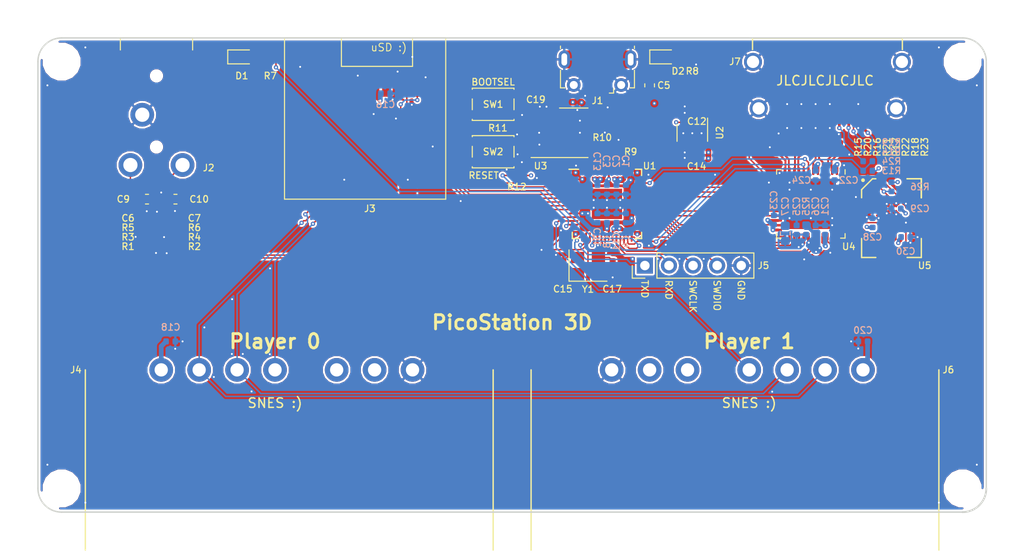
<source format=kicad_pcb>
(kicad_pcb (version 20171130) (host pcbnew 5.0.2-bee76a0~70~ubuntu18.04.1)
  (layers (0 F.Cu signal) (1 In1.Cu power hide) (2 In2.Cu power) (31 B.Cu signal) (34 B.Paste user) (35 F.Paste user) (36 B.SilkS user) (37 F.SilkS user) (38 B.Mask user) (39 F.Mask user) (44 Edge.Cuts user))
  (net 0 "")
  (net 1 +3V3)
  (net 2 GND)
  (net 3 +1V1)
  (net 4 VBUS)
  (net 5 /AUDIO_L_DC)
  (net 6 /AUDIO_R_DC)
  (net 7 /AUDIO_L)
  (net 8 /AUDIO_R)
  (net 9 /XIN)
  (net 10 /XOUT)
  (net 11 /VCCPLL)
  (net 12 "Net-(D1-Pad2)")
  (net 13 "Net-(D2-Pad2)")
  (net 14 /USB_D-)
  (net 15 "Net-(J1-Pad4)")
  (net 16 /USB_D+)
  (net 17 /SD_DAT2)
  (net 18 /SD_DAT3)
  (net 19 /SD_CMD)
  (net 20 /SD_CLK)
  (net 21 /SD_DAT0)
  (net 22 /SD_DAT1)
  (net 23 /CTRL_CLK)
  (net 24 /CTRL_LAT)
  (net 25 /CTRL_DAT0)
  (net 26 "Net-(J4-Pad5)")
  (net 27 "Net-(J4-Pad6)")
  (net 28 /UART_TX)
  (net 29 /UART_RX)
  (net 30 /SWCLK)
  (net 31 /SWDIO)
  (net 32 /CTRL_DAT1)
  (net 33 "Net-(J6-Pad5)")
  (net 34 "Net-(J6-Pad6)")
  (net 35 "Net-(J7-Pad19)")
  (net 36 /DVI_SDA)
  (net 37 /DVI_SCL)
  (net 38 "Net-(J7-Pad14)")
  (net 39 "Net-(J7-Pad13)")
  (net 40 /DVI_CK-)
  (net 41 /DVI_CK+)
  (net 42 /DVI_D0-)
  (net 43 /DVI_D0+)
  (net 44 /DVI_D1-)
  (net 45 /DVI_D1+)
  (net 46 /DVI_D2-)
  (net 47 /DVI_D2+)
  (net 48 /PWM_L)
  (net 49 /PWM_R)
  (net 50 /uC_LED)
  (net 51 /FPGA_LED)
  (net 52 /USB_DX-)
  (net 53 /USB_DX+)
  (net 54 /~QSPI_SS~)
  (net 55 "Net-(R11-Pad2)")
  (net 56 /uC_~RST~)
  (net 57 /DVI_CEC)
  (net 58 /FPGA_DVI_D2+)
  (net 59 /FPGA_DVI_D1+)
  (net 60 /FPGA_DVI_D0+)
  (net 61 /FPGA_DVI_CK+)
  (net 62 /FPGA_DVI_D2-)
  (net 63 /FPGA_DVI_D1-)
  (net 64 /FPGA_DVI_D0-)
  (net 65 /FPGA_DVI_CK-)
  (net 66 /HRAM_~CS~)
  (net 67 /FPGA_CDONE)
  (net 68 /FPGA_~CRESET~)
  (net 69 /GFX_HOK)
  (net 70 /GFX_DOK)
  (net 71 /GFX_IRQ)
  (net 72 /GFX_CLK)
  (net 73 /GFX_D0)
  (net 74 /GFX_D1)
  (net 75 /GFX_D2)
  (net 76 /GFX_D3)
  (net 77 /GFX_D4)
  (net 78 /GFX_D5)
  (net 79 /GFX_D6)
  (net 80 /GFX_D7)
  (net 81 /QSPI_SD3)
  (net 82 /QSPI_SCK)
  (net 83 /QSPI_SD0)
  (net 84 /QSPI_SD2)
  (net 85 /QSPI_SD1)
  (net 86 /HRAM_DQ1)
  (net 87 /HRAM_DQ0)
  (net 88 /HRAM_DQ2)
  (net 89 /HRAM_DQ3)
  (net 90 /HRAM_DQ4)
  (net 91 /HRAM_DQ5)
  (net 92 /HRAM_DQ7)
  (net 93 /HRAM_CK)
  (net 94 /HRAM_DQ6)
  (net 95 /HRAM_RWDS)
  (net 96 "Net-(U4-Pad39)")
  (net 97 "Net-(U4-Pad40)")
  (net 98 "Net-(U4-Pad41)")
  (net 99 /HRAM_~RST~)
  (net 100 "Net-(U5-PadB1)")
  (net 101 "Net-(U4-Pad18)")
  (net 102 "Net-(U4-Pad19)")
  (net 103 "Net-(U4-Pad14)")
  (module picostation:SW_SPST_PTS815 (layer F.Cu) (at 213 87)
    (fp_text reference SW2 (at 0 0) (layer F.SilkS) (effects (font (size 0.7 0.7) (thickness 0.12))))
    (fp_text value PTS815)
    (pad 2 smd rect (at 2.075 1.075) (size 1.05 0.65) (layers F.Cu F.Paste F.Mask) (net 56 /uC_~RST~))
    (pad ~ smd rect (at -2.075 1.075) (size 1.05 0.65) (layers F.Cu F.Paste F.Mask))
    (pad 1 smd rect (at 2.075 -1.075) (size 1.05 0.65) (layers F.Cu F.Paste F.Mask) (net 2 GND))
    (pad "" smd rect (at -2.075 -1.075) (size 1.05 0.65) (layers F.Cu F.Paste F.Mask))
  )
  (module picostation:SW_SPST_PTS815 (layer F.Cu) (at 213 82)
    (fp_text reference SW1 (at 0 0) (layer F.SilkS) (effects (font (size 0.7 0.7) (thickness 0.12))))
    (fp_text value PTS815)
    (pad "" smd rect (at -2.075 -1.075) (size 1.05 0.65) (layers F.Cu F.Paste F.Mask))
    (pad 1 smd rect (at 2.075 -1.075) (size 1.05 0.65) (layers F.Cu F.Paste F.Mask) (net 2 GND))
    (pad ~ smd rect (at -2.075 1.075) (size 1.05 0.65) (layers F.Cu F.Paste F.Mask))
    (pad 2 smd rect (at 2.075 1.075) (size 1.05 0.65) (layers F.Cu F.Paste F.Mask) (net 55 "Net-(R11-Pad2)"))
  )
  (module picostation:MH_M2 (layer F.Cu) (at 167.5 77.5)
    (fp_text reference REF** hide)
    (fp_text value MH_M2 hide)
    (pad "" np_thru_hole circle (at 0 0) (size 2.4 2.4) (drill 2.4) (layers *.Cu *.Mask) (clearance 0.8))
  )
  (module picostation:MH_M2 (layer F.Cu) (at 167.5 122.5)
    (fp_text reference REF** hide)
    (fp_text value MH_M2 hide)
    (pad "" np_thru_hole circle (at 0 0) (size 2.4 2.4) (drill 2.4) (layers *.Cu *.Mask) (clearance 0.8))
  )
  (module picostation:MH_M2 (layer F.Cu) (at 262.5 122.5)
    (fp_text reference REF** hide)
    (fp_text value MH_M2 hide)
    (pad "" np_thru_hole circle (at 0 0) (size 2.4 2.4) (drill 2.4) (layers *.Cu *.Mask) (clearance 0.8))
  )
  (module Capacitor_SMD:C_0402_1005Metric (layer F.Cu) (at 220.4 99 90)
    (fp_text reference C15 (at -2.473 -0.055 180) (layer F.SilkS) (effects (font (size 0.7 0.7) (thickness 0.12))))
    (fp_text value 10p)
    (pad 1 smd roundrect (at -0.485 0 90) (size 0.59 0.64) (layers F.Cu F.Paste F.Mask) (net 9 /XIN))
    (pad 2 smd roundrect (at 0.485 0 90) (size 0.59 0.64) (layers F.Cu F.Paste F.Mask) (net 2 GND))
  )
  (module Capacitor_SMD:C_0402_1005Metric (layer B.Cu) (at 227 91 270)
    (fp_text reference C1 (at -3 0 270) (layer B.SilkS) (effects (font (size 0.7 0.7) (thickness 0.12)) (justify mirror)))
    (fp_text value 1u)
    (pad 1 smd roundrect (at -0.485 0 270) (size 0.59 0.64) (layers B.Cu B.Paste B.Mask) (net 1 +3V3))
    (pad 2 smd roundrect (at 0.485 0 270) (size 0.59 0.64) (layers B.Cu B.Paste B.Mask) (net 2 GND))
  )
  (module Capacitor_SMD:C_0402_1005Metric (layer B.Cu) (at 226 91 270)
    (fp_text reference C2 (at -3 0 270) (layer B.SilkS) (effects (font (size 0.7 0.7) (thickness 0.12)) (justify mirror)))
    (fp_text value 1u)
    (pad 2 smd roundrect (at 0.485 0 270) (size 0.59 0.64) (layers B.Cu B.Paste B.Mask) (net 2 GND))
    (pad 1 smd roundrect (at -0.485 0 270) (size 0.59 0.64) (layers B.Cu B.Paste B.Mask) (net 3 +1V1))
  )
  (module Capacitor_SMD:C_0402_1005Metric (layer B.Cu) (at 225 91 270)
    (fp_text reference C3 (at -3 0 270) (layer B.SilkS) (effects (font (size 0.7 0.7) (thickness 0.12)) (justify mirror)))
    (fp_text value 100n)
    (pad 2 smd roundrect (at 0.485 0 270) (size 0.59 0.64) (layers B.Cu B.Paste B.Mask) (net 2 GND))
    (pad 1 smd roundrect (at -0.485 0 270) (size 0.59 0.64) (layers B.Cu B.Paste B.Mask) (net 1 +3V3))
  )
  (module Capacitor_SMD:C_0402_1005Metric (layer B.Cu) (at 227 94 90)
    (fp_text reference C4 (at -2.5 0 90) (layer B.SilkS) (effects (font (size 0.7 0.7) (thickness 0.12)) (justify mirror)))
    (fp_text value 100n)
    (pad 1 smd roundrect (at -0.485 0 90) (size 0.59 0.64) (layers B.Cu B.Paste B.Mask) (net 1 +3V3))
    (pad 2 smd roundrect (at 0.485 0 90) (size 0.59 0.64) (layers B.Cu B.Paste B.Mask) (net 2 GND))
  )
  (module Capacitor_SMD:C_0603_1608Metric (layer F.Cu) (at 229.5 80 90)
    (fp_text reference C5 (at 0 1.5 180) (layer F.SilkS) (effects (font (size 0.7 0.7) (thickness 0.12))))
    (fp_text value 10u)
    (pad 1 smd roundrect (at -0.7875 0 90) (size 0.875 0.95) (layers F.Cu F.Paste F.Mask) (net 4 VBUS))
    (pad 2 smd roundrect (at 0.7875 0 90) (size 0.875 0.95) (layers F.Cu F.Paste F.Mask) (net 2 GND))
  )
  (module Capacitor_SMD:C_0402_1005Metric (layer F.Cu) (at 176.5 94 180)
    (fp_text reference C6 (at 2 0 180) (layer F.SilkS) (effects (font (size 0.7 0.7) (thickness 0.12))))
    (fp_text value 100n)
    (pad 1 smd roundrect (at -0.485 0 180) (size 0.59 0.64) (layers F.Cu F.Paste F.Mask) (net 5 /AUDIO_L_DC))
    (pad 2 smd roundrect (at 0.485 0 180) (size 0.59 0.64) (layers F.Cu F.Paste F.Mask) (net 2 GND))
  )
  (module Capacitor_SMD:C_0402_1005Metric (layer F.Cu) (at 179.5 94 180)
    (fp_text reference C7 (at -2 0 180) (layer F.SilkS) (effects (font (size 0.7 0.7) (thickness 0.12))))
    (fp_text value 100n)
    (pad 2 smd roundrect (at 0.485 0 180) (size 0.59 0.64) (layers F.Cu F.Paste F.Mask) (net 2 GND))
    (pad 1 smd roundrect (at -0.485 0 180) (size 0.59 0.64) (layers F.Cu F.Paste F.Mask) (net 6 /AUDIO_R_DC))
  )
  (module Capacitor_SMD:C_0402_1005Metric (layer B.Cu) (at 225 94 90)
    (fp_text reference C8 (at -2.5 0 90) (layer B.SilkS) (effects (font (size 0.7 0.7) (thickness 0.12)) (justify mirror)))
    (fp_text value 100n)
    (pad 2 smd roundrect (at 0.485 0 90) (size 0.59 0.64) (layers B.Cu B.Paste B.Mask) (net 2 GND))
    (pad 1 smd roundrect (at -0.485 0 90) (size 0.59 0.64) (layers B.Cu B.Paste B.Mask) (net 1 +3V3))
  )
  (module Capacitor_SMD:C_0603_1608Metric (layer F.Cu) (at 176.5 92)
    (fp_text reference C9 (at -2.5 0) (layer F.SilkS) (effects (font (size 0.7 0.7) (thickness 0.12))))
    (fp_text value 10u)
    (pad 1 smd roundrect (at -0.7875 0) (size 0.875 0.95) (layers F.Cu F.Paste F.Mask) (net 7 /AUDIO_L))
    (pad 2 smd roundrect (at 0.7875 0) (size 0.875 0.95) (layers F.Cu F.Paste F.Mask) (net 5 /AUDIO_L_DC))
  )
  (module Capacitor_SMD:C_0603_1608Metric (layer F.Cu) (at 179.5 92)
    (fp_text reference C10 (at 2.5 0) (layer F.SilkS) (effects (font (size 0.7 0.7) (thickness 0.12))))
    (fp_text value 10u)
    (pad 1 smd roundrect (at -0.7875 0) (size 0.875 0.95) (layers F.Cu F.Paste F.Mask) (net 8 /AUDIO_R))
    (pad 2 smd roundrect (at 0.7875 0) (size 0.875 0.95) (layers F.Cu F.Paste F.Mask) (net 6 /AUDIO_R_DC))
  )
  (module Capacitor_SMD:C_0402_1005Metric (layer B.Cu) (at 226 94 90)
    (fp_text reference C11 (at -2.5 0 90) (layer B.SilkS) (effects (font (size 0.7 0.7) (thickness 0.12)) (justify mirror)))
    (fp_text value 100n)
    (pad 1 smd roundrect (at -0.485 0 90) (size 0.59 0.64) (layers B.Cu B.Paste B.Mask) (net 3 +1V1))
    (pad 2 smd roundrect (at 0.485 0 90) (size 0.59 0.64) (layers B.Cu B.Paste B.Mask) (net 2 GND))
  )
  (module Capacitor_SMD:C_0402_1005Metric (layer F.Cu) (at 234.475 82.625 180)
    (fp_text reference C12 (at 0 -1.17 180) (layer F.SilkS) (effects (font (size 0.7 0.7) (thickness 0.12))))
    (fp_text value 1u)
    (pad 2 smd roundrect (at 0.485 0 180) (size 0.59 0.64) (layers F.Cu F.Paste F.Mask) (net 2 GND))
    (pad 1 smd roundrect (at -0.485 0 180) (size 0.59 0.64) (layers F.Cu F.Paste F.Mask) (net 4 VBUS))
  )
  (module Capacitor_SMD:C_0402_1005Metric (layer B.Cu) (at 224 91 270)
    (fp_text reference C13 (at -3 0 90) (layer B.SilkS) (effects (font (size 0.7 0.7) (thickness 0.12)) (justify mirror)))
    (fp_text value 100n)
    (pad 2 smd roundrect (at 0.485 0 270) (size 0.59 0.64) (layers B.Cu B.Paste B.Mask) (net 2 GND))
    (pad 1 smd roundrect (at -0.485 0 270) (size 0.59 0.64) (layers B.Cu B.Paste B.Mask) (net 3 +1V1))
  )
  (module Capacitor_SMD:C_0402_1005Metric (layer F.Cu) (at 234.45 87.375 180)
    (fp_text reference C14 (at 0 -1.17 180) (layer F.SilkS) (effects (font (size 0.7 0.7) (thickness 0.12))))
    (fp_text value 1u)
    (pad 1 smd roundrect (at -0.485 0 180) (size 0.59 0.64) (layers F.Cu F.Paste F.Mask) (net 1 +3V3))
    (pad 2 smd roundrect (at 0.485 0 180) (size 0.59 0.64) (layers F.Cu F.Paste F.Mask) (net 2 GND))
  )
  (module Capacitor_SMD:C_0402_1005Metric (layer B.Cu) (at 201.65 80.85)
    (fp_text reference C16 (at 0 1.17) (layer B.SilkS) (effects (font (size 0.7 0.7) (thickness 0.12)) (justify mirror)))
    (fp_text value 1u)
    (pad 1 smd roundrect (at -0.485 0) (size 0.59 0.64) (layers B.Cu B.Paste B.Mask) (net 1 +3V3))
    (pad 2 smd roundrect (at 0.485 0) (size 0.59 0.64) (layers B.Cu B.Paste B.Mask) (net 2 GND))
  )
  (module Capacitor_SMD:C_0402_1005Metric (layer F.Cu) (at 225.6 99 270)
    (fp_text reference C17 (at 2.473 0.048) (layer F.SilkS) (effects (font (size 0.7 0.7) (thickness 0.12))))
    (fp_text value 10p)
    (pad 2 smd roundrect (at 0.485 0 270) (size 0.59 0.64) (layers F.Cu F.Paste F.Mask) (net 2 GND))
    (pad 1 smd roundrect (at -0.485 0 270) (size 0.59 0.64) (layers F.Cu F.Paste F.Mask) (net 10 /XOUT))
  )
  (module Capacitor_SMD:C_0402_1005Metric (layer B.Cu) (at 179 107)
    (fp_text reference C18 (at 0 -1.5) (layer B.SilkS) (effects (font (size 0.7 0.7) (thickness 0.12)) (justify mirror)))
    (fp_text value 1u)
    (pad 1 smd roundrect (at -0.485 0) (size 0.59 0.64) (layers B.Cu B.Paste B.Mask) (net 1 +3V3))
    (pad 2 smd roundrect (at 0.485 0) (size 0.59 0.64) (layers B.Cu B.Paste B.Mask) (net 2 GND))
  )
  (module Capacitor_SMD:C_0402_1005Metric (layer F.Cu) (at 220 81.775 180)
    (fp_text reference C19 (at 2.5 0.275 180) (layer F.SilkS) (effects (font (size 0.7 0.7) (thickness 0.12))))
    (fp_text value 100n)
    (pad 1 smd roundrect (at -0.485 0 180) (size 0.59 0.64) (layers F.Cu F.Paste F.Mask) (net 1 +3V3))
    (pad 2 smd roundrect (at 0.485 0 180) (size 0.59 0.64) (layers F.Cu F.Paste F.Mask) (net 2 GND))
  )
  (module Capacitor_SMD:C_0402_1005Metric (layer B.Cu) (at 252 107 180)
    (fp_text reference C20 (at 0 1.17 180) (layer B.SilkS) (effects (font (size 0.7 0.7) (thickness 0.12)) (justify mirror)))
    (fp_text value 1u)
    (pad 2 smd roundrect (at 0.485 0 180) (size 0.59 0.64) (layers B.Cu B.Paste B.Mask) (net 2 GND))
    (pad 1 smd roundrect (at -0.485 0 180) (size 0.59 0.64) (layers B.Cu B.Paste B.Mask) (net 1 +3V3))
  )
  (module Capacitor_SMD:C_0402_1005Metric (layer B.Cu) (at 248 95.25 90)
    (fp_text reference C21 (at 2.5 0 90) (layer B.SilkS) (effects (font (size 0.7 0.7) (thickness 0.12)) (justify mirror)))
    (fp_text value 100n)
    (pad 2 smd roundrect (at 0.485 0 90) (size 0.59 0.64) (layers B.Cu B.Paste B.Mask) (net 2 GND))
    (pad 1 smd roundrect (at -0.485 0 90) (size 0.59 0.64) (layers B.Cu B.Paste B.Mask) (net 1 +3V3))
  )
  (module Capacitor_SMD:C_0402_1005Metric (layer B.Cu) (at 249 89.5 270)
    (fp_text reference C22 (at 0.5 -1.5) (layer B.SilkS) (effects (font (size 0.7 0.7) (thickness 0.12)) (justify mirror)))
    (fp_text value 100n)
    (pad 1 smd roundrect (at -0.485 0 270) (size 0.59 0.64) (layers B.Cu B.Paste B.Mask) (net 1 +3V3))
    (pad 2 smd roundrect (at 0.485 0 270) (size 0.59 0.64) (layers B.Cu B.Paste B.Mask) (net 2 GND))
  )
  (module Capacitor_SMD:C_0402_1005Metric (layer B.Cu) (at 242.6 94.2 90)
    (fp_text reference C23 (at 2.1 0 90) (layer B.SilkS) (effects (font (size 0.7 0.7) (thickness 0.12)) (justify mirror)))
    (fp_text value 100n)
    (pad 2 smd roundrect (at 0.485 0 90) (size 0.59 0.64) (layers B.Cu B.Paste B.Mask) (net 2 GND))
    (pad 1 smd roundrect (at -0.485 0 90) (size 0.59 0.64) (layers B.Cu B.Paste B.Mask) (net 1 +3V3))
  )
  (module Capacitor_SMD:C_0402_1005Metric (layer B.Cu) (at 247 89.5 270)
    (fp_text reference C24 (at 0.5 1.5) (layer B.SilkS) (effects (font (size 0.7 0.7) (thickness 0.12)) (justify mirror)))
    (fp_text value 100n)
    (pad 1 smd roundrect (at -0.485 0 270) (size 0.59 0.64) (layers B.Cu B.Paste B.Mask) (net 3 +1V1))
    (pad 2 smd roundrect (at 0.485 0 270) (size 0.59 0.64) (layers B.Cu B.Paste B.Mask) (net 2 GND))
  )
  (module Capacitor_SMD:C_0402_1005Metric (layer B.Cu) (at 245 95.25 90)
    (fp_text reference C25 (at 2.5 0 90) (layer B.SilkS) (effects (font (size 0.7 0.7) (thickness 0.12)) (justify mirror)))
    (fp_text value 100n)
    (pad 1 smd roundrect (at -0.485 0 90) (size 0.59 0.64) (layers B.Cu B.Paste B.Mask) (net 11 /VCCPLL))
    (pad 2 smd roundrect (at 0.485 0 90) (size 0.59 0.64) (layers B.Cu B.Paste B.Mask) (net 2 GND))
  )
  (module Capacitor_SMD:C_0402_1005Metric (layer B.Cu) (at 247 95.25 90)
    (fp_text reference C26 (at 2.5 0 90) (layer B.SilkS) (effects (font (size 0.7 0.7) (thickness 0.12)) (justify mirror)))
    (fp_text value 100n)
    (pad 2 smd roundrect (at 0.485 0 90) (size 0.59 0.64) (layers B.Cu B.Paste B.Mask) (net 2 GND))
    (pad 1 smd roundrect (at -0.485 0 90) (size 0.59 0.64) (layers B.Cu B.Paste B.Mask) (net 3 +1V1))
  )
  (module Capacitor_SMD:C_0402_1005Metric (layer B.Cu) (at 253 94.5 90)
    (fp_text reference C28 (at -1.5 0 180) (layer B.SilkS) (effects (font (size 0.7 0.7) (thickness 0.12)) (justify mirror)))
    (fp_text value 100n)
    (pad 2 smd roundrect (at 0.485 0 90) (size 0.59 0.64) (layers B.Cu B.Paste B.Mask) (net 2 GND))
    (pad 1 smd roundrect (at -0.485 0 90) (size 0.59 0.64) (layers B.Cu B.Paste B.Mask) (net 1 +3V3))
  )
  (module Capacitor_SMD:C_0402_1005Metric (layer B.Cu) (at 255.5 93 180)
    (fp_text reference C29 (at -2.5 0 180) (layer B.SilkS) (effects (font (size 0.7 0.7) (thickness 0.12)) (justify mirror)))
    (fp_text value 100n)
    (pad 2 smd roundrect (at 0.485 0 180) (size 0.59 0.64) (layers B.Cu B.Paste B.Mask) (net 2 GND))
    (pad 1 smd roundrect (at -0.485 0 180) (size 0.59 0.64) (layers B.Cu B.Paste B.Mask) (net 1 +3V3))
  )
  (module Capacitor_SMD:C_0402_1005Metric (layer B.Cu) (at 256.5 96)
    (fp_text reference C30 (at 0 1.5) (layer B.SilkS) (effects (font (size 0.7 0.7) (thickness 0.12)) (justify mirror)))
    (fp_text value 100n)
    (pad 1 smd roundrect (at -0.485 0) (size 0.59 0.64) (layers B.Cu B.Paste B.Mask) (net 1 +3V3))
    (pad 2 smd roundrect (at 0.485 0) (size 0.59 0.64) (layers B.Cu B.Paste B.Mask) (net 2 GND))
  )
  (module LED_SMD:LED_0603_1608Metric (layer F.Cu) (at 186.5 77)
    (fp_text reference D1 (at 0 2) (layer F.SilkS) (effects (font (size 0.7 0.7) (thickness 0.12))))
    (fp_text value LED)
    (pad 1 smd roundrect (at -0.7875 0) (size 0.875 0.95) (layers F.Cu F.Paste F.Mask) (net 2 GND))
    (pad 2 smd roundrect (at 0.7875 0) (size 0.875 0.95) (layers F.Cu F.Paste F.Mask) (net 12 "Net-(D1-Pad2)"))
  )
  (module LED_SMD:LED_0603_1608Metric (layer F.Cu) (at 231 77)
    (fp_text reference D2 (at 1.5 1.5) (layer F.SilkS) (effects (font (size 0.7 0.7) (thickness 0.12))))
    (fp_text value LED)
    (pad 2 smd roundrect (at 0.7875 0) (size 0.875 0.95) (layers F.Cu F.Paste F.Mask) (net 13 "Net-(D2-Pad2)"))
    (pad 1 smd roundrect (at -0.7875 0) (size 0.875 0.95) (layers F.Cu F.Paste F.Mask) (net 2 GND))
  )
  (module Connector_USB:USB_Micro-B_Molex-105017-0001 (layer F.Cu) (at 224 78.5 180)
    (fp_text reference J1 (at 0 -3.1125 180) (layer F.SilkS) (effects (font (size 0.7 0.7) (thickness 0.12))))
    (fp_text value USB_B_Micro)
    (pad 6 smd rect (at 1 1.2375 180) (size 1.5 1.9) (layers F.Cu F.Paste F.Mask) (net 2 GND))
    (pad 6 thru_hole circle (at -2.5 -1.4625 180) (size 1.45 1.45) (drill 0.85) (layers *.Cu *.Mask) (net 2 GND))
    (pad 2 smd rect (at -0.65 -1.4625 180) (size 0.4 1.35) (layers F.Cu F.Paste F.Mask) (net 14 /USB_D-))
    (pad 1 smd rect (at -1.3 -1.4625 180) (size 0.4 1.35) (layers F.Cu F.Paste F.Mask) (net 4 VBUS))
    (pad 5 smd rect (at 1.3 -1.4625 180) (size 0.4 1.35) (layers F.Cu F.Paste F.Mask) (net 2 GND))
    (pad 4 smd rect (at 0.65 -1.4625 180) (size 0.4 1.35) (layers F.Cu F.Paste F.Mask) (net 15 "Net-(J1-Pad4)"))
    (pad 3 smd rect (at 0 -1.4625 180) (size 0.4 1.35) (layers F.Cu F.Paste F.Mask) (net 16 /USB_D+))
    (pad 6 thru_hole circle (at 2.5 -1.4625 180) (size 1.45 1.45) (drill 0.85) (layers *.Cu *.Mask) (net 2 GND))
    (pad 6 smd rect (at -1 1.2375 180) (size 1.5 1.9) (layers F.Cu F.Paste F.Mask) (net 2 GND))
    (pad 6 thru_hole oval (at -3.5 1.2375) (size 1.2 1.9) (drill oval 0.6 1.3) (layers *.Cu *.Mask) (net 2 GND))
    (pad 6 thru_hole oval (at 3.5 1.2375 180) (size 1.2 1.9) (drill oval 0.6 1.3) (layers *.Cu *.Mask) (net 2 GND))
    (pad 6 smd rect (at 2.9 1.2375 180) (size 1.2 1.9) (layers F.Cu F.Mask) (net 2 GND))
    (pad 6 smd rect (at -2.9 1.2375 180) (size 1.2 1.9) (layers F.Cu F.Mask) (net 2 GND))
  )
  (module picostation:STX-3000-TRS (layer F.Cu) (at 177.5 75 270)
    (fp_text reference J2 (at 13.7 -5.5) (layer F.SilkS) (effects (font (size 0.7 0.7) (thickness 0.12))))
    (fp_text value AudioJack3)
    (pad "" np_thru_hole circle (at 4 0 270) (size 1 1) (drill 1) (layers *.Cu *.Mask))
    (pad "" np_thru_hole circle (at 11.5 0 270) (size 1 1) (drill 1) (layers *.Cu *.Mask))
    (pad S thru_hole circle (at 8.1 1.5 270) (size 2.5 2.5) (drill 1.5) (layers *.Cu *.Mask) (net 2 GND))
    (pad T thru_hole circle (at 13.4 2.75 270) (size 2.5 2.5) (drill 1.5) (layers *.Cu *.Mask) (net 7 /AUDIO_L))
    (pad R thru_hole circle (at 13.4 -2.75 270) (size 2.5 2.5) (drill 1.5) (layers *.Cu *.Mask) (net 8 /AUDIO_R))
  )
  (module picostation:MEM2061-MICRO-SD (layer F.Cu) (at 205 80 180)
    (fp_text reference J3 (at 5 -13 180) (layer F.SilkS) (effects (font (size 0.7 0.7) (thickness 0.12))))
    (fp_text value Micro_SD_Card)
    (fp_text user "uSD :)" (at 3 4 180) (layer F.SilkS) (effects (font (size 0.8 0.8) (thickness 0.1))))
    (pad 1 smd rect (at 7.7 -0.2 180) (size 0.8 2) (layers F.Cu F.Paste F.Mask) (net 17 /SD_DAT2))
    (pad 2 smd rect (at 6.6 -0.6 180) (size 0.8 2) (layers F.Cu F.Paste F.Mask) (net 18 /SD_DAT3))
    (pad 3 smd rect (at 5.5 -0.2 180) (size 0.8 2) (layers F.Cu F.Paste F.Mask) (net 19 /SD_CMD))
    (pad 4 smd rect (at 4.4 0 180) (size 0.8 2) (layers F.Cu F.Paste F.Mask) (net 1 +3V3))
    (pad 5 smd rect (at 3.3 -0.2 180) (size 0.8 2) (layers F.Cu F.Paste F.Mask) (net 20 /SD_CLK))
    (pad 6 smd rect (at 2.2 0 180) (size 0.8 2) (layers F.Cu F.Paste F.Mask) (net 2 GND))
    (pad 7 smd rect (at 1.1 -0.2 180) (size 0.8 2) (layers F.Cu F.Paste F.Mask) (net 21 /SD_DAT0))
    (pad 8 smd rect (at 0 -0.2 180) (size 0.8 2) (layers F.Cu F.Paste F.Mask) (net 22 /SD_DAT1))
    (pad 9 smd rect (at -0.8 2.3 180) (size 1.8 1.9) (layers F.Cu F.Paste F.Mask) (net 2 GND))
    (pad 9 smd rect (at 12.35 3.3 180) (size 1.8 1.9) (layers F.Cu F.Paste F.Mask) (net 2 GND))
    (pad 9 smd rect (at 0.99 -11.05 180) (size 1.8 1.4) (layers F.Cu F.Paste F.Mask) (net 2 GND))
    (pad 9 smd rect (at 7.7 -11.05 180) (size 1.8 1.4) (layers F.Cu F.Paste F.Mask) (net 2 GND))
  )
  (module picostation:SNES-Controller-Right (layer F.Cu) (at 190 110)
    (fp_text reference J4 (at -21 0) (layer F.SilkS) (effects (font (size 0.7 0.7) (thickness 0.12))))
    (fp_text value SNES)
    (fp_text user "SNES :)" (at 0 3.5) (layer F.SilkS))
    (pad 1 thru_hole circle (at -12 0) (size 2.5 2.5) (drill 1.4) (layers *.Cu *.Mask) (net 1 +3V3))
    (pad 2 thru_hole circle (at -8 0) (size 2.5 2.5) (drill 1.4) (layers *.Cu *.Mask) (net 23 /CTRL_CLK))
    (pad 3 thru_hole circle (at -4 0) (size 2.5 2.5) (drill 1.4) (layers *.Cu *.Mask) (net 24 /CTRL_LAT))
    (pad 4 thru_hole circle (at 0 0) (size 2.5 2.5) (drill 1.4) (layers *.Cu *.Mask) (net 25 /CTRL_DAT0))
    (pad 5 thru_hole circle (at 6.5 0) (size 2.5 2.5) (drill 1.4) (layers *.Cu *.Mask) (net 26 "Net-(J4-Pad5)"))
    (pad 6 thru_hole circle (at 10.5 0) (size 2.5 2.5) (drill 1.4) (layers *.Cu *.Mask) (net 27 "Net-(J4-Pad6)"))
    (pad 7 thru_hole circle (at 14.5 0) (size 2.5 2.5) (drill 1.4) (layers *.Cu *.Mask) (net 2 GND))
  )
  (module Connector_PinHeader_2.54mm:PinHeader_1x05_P2.54mm_Vertical (layer F.Cu) (at 229 99 90)
    (fp_text reference J5 (at 0 12.5 180) (layer F.SilkS) (effects (font (size 0.7 0.7) (thickness 0.12))))
    (fp_text value Conn_01x05)
    (pad 1 thru_hole rect (at 0 0 90) (size 1.7 1.7) (drill 1) (layers *.Cu *.Mask) (net 28 /UART_TX))
    (pad 2 thru_hole oval (at 0 2.54 90) (size 1.7 1.7) (drill 1) (layers *.Cu *.Mask) (net 29 /UART_RX))
    (pad 3 thru_hole oval (at 0 5.08 90) (size 1.7 1.7) (drill 1) (layers *.Cu *.Mask) (net 30 /SWCLK))
    (pad 4 thru_hole oval (at 0 7.62 90) (size 1.7 1.7) (drill 1) (layers *.Cu *.Mask) (net 31 /SWDIO))
    (pad 5 thru_hole oval (at 0 10.16 90) (size 1.7 1.7) (drill 1) (layers *.Cu *.Mask) (net 2 GND))
  )
  (module picostation:SNES-Controller-Left (layer F.Cu) (at 240 110)
    (fp_text reference J6 (at 21 0) (layer F.SilkS) (effects (font (size 0.7 0.7) (thickness 0.12))))
    (fp_text value SNES)
    (fp_text user "SNES :)" (at 0 3.5) (layer F.SilkS))
    (pad 1 thru_hole circle (at 12 0 180) (size 2.5 2.5) (drill 1.4) (layers *.Cu *.Mask) (net 1 +3V3))
    (pad 2 thru_hole circle (at 8 0 180) (size 2.5 2.5) (drill 1.4) (layers *.Cu *.Mask) (net 23 /CTRL_CLK))
    (pad 3 thru_hole circle (at 4 0 180) (size 2.5 2.5) (drill 1.4) (layers *.Cu *.Mask) (net 24 /CTRL_LAT))
    (pad 4 thru_hole circle (at 0 0 180) (size 2.5 2.5) (drill 1.4) (layers *.Cu *.Mask) (net 32 /CTRL_DAT1))
    (pad 5 thru_hole circle (at -6.5 0 180) (size 2.5 2.5) (drill 1.4) (layers *.Cu *.Mask) (net 33 "Net-(J6-Pad5)"))
    (pad 6 thru_hole circle (at -10.5 0 180) (size 2.5 2.5) (drill 1.4) (layers *.Cu *.Mask) (net 34 "Net-(J6-Pad6)"))
    (pad 7 thru_hole circle (at -14.5 0 180) (size 2.5 2.5) (drill 1.4) (layers *.Cu *.Mask) (net 2 GND))
  )
  (module picostation:HDMI-SS-53000 (layer F.Cu) (at 248.25 82.425)
    (fp_text reference J7 (at -9.75 -4.925 -180) (layer F.SilkS) (effects (font (size 0.7 0.7) (thickness 0.12))))
    (fp_text value NOT_HDMI_A)
    (pad SH thru_hole circle (at -7.85 -4.9) (size 1.9 1.9) (drill 1.3) (layers *.Cu *.Mask) (net 2 GND))
    (pad SH thru_hole circle (at 7.85 -4.9) (size 1.9 1.9) (drill 1.3) (layers *.Cu *.Mask) (net 2 GND))
    (pad SH thru_hole circle (at -7.25 0) (size 1.9 1.9) (drill 1.3) (layers *.Cu *.Mask) (net 2 GND))
    (pad SH thru_hole circle (at 7.25 0) (size 1.9 1.9) (drill 1.3) (layers *.Cu *.Mask) (net 2 GND))
    (pad 19 smd rect (at 4.25 0.9) (size 0.3 1.9) (layers F.Cu F.Paste F.Mask) (net 35 "Net-(J7-Pad19)"))
    (pad 18 smd rect (at 3.75 0.9) (size 0.3 1.9) (layers F.Cu F.Paste F.Mask) (net 4 VBUS))
    (pad 17 smd rect (at 3.25 0.9) (size 0.3 1.9) (layers F.Cu F.Paste F.Mask) (net 2 GND))
    (pad 16 smd rect (at 2.75 0.9) (size 0.3 1.9) (layers F.Cu F.Paste F.Mask) (net 36 /DVI_SDA))
    (pad 15 smd rect (at 2.25 0.9) (size 0.3 1.9) (layers F.Cu F.Paste F.Mask) (net 37 /DVI_SCL))
    (pad 14 smd rect (at 1.75 0.9) (size 0.3 1.9) (layers F.Cu F.Paste F.Mask) (net 38 "Net-(J7-Pad14)"))
    (pad 13 smd rect (at 1.25 0.9) (size 0.3 1.9) (layers F.Cu F.Paste F.Mask) (net 39 "Net-(J7-Pad13)"))
    (pad 12 smd rect (at 0.75 0.9) (size 0.3 1.9) (layers F.Cu F.Paste F.Mask) (net 40 /DVI_CK-))
    (pad 11 smd rect (at 0.25 0.9) (size 0.3 1.9) (layers F.Cu F.Paste F.Mask) (net 2 GND))
    (pad 10 smd rect (at -0.25 0.9) (size 0.3 1.9) (layers F.Cu F.Paste F.Mask) (net 41 /DVI_CK+))
    (pad 9 smd rect (at -0.75 0.9) (size 0.3 1.9) (layers F.Cu F.Paste F.Mask) (net 42 /DVI_D0-))
    (pad 8 smd rect (at -1.25 0.9) (size 0.3 1.9) (layers F.Cu F.Paste F.Mask) (net 2 GND))
    (pad 7 smd rect (at -1.75 0.9) (size 0.3 1.9) (layers F.Cu F.Paste F.Mask) (net 43 /DVI_D0+))
    (pad 6 smd rect (at -2.25 0.9) (size 0.3 1.9) (layers F.Cu F.Paste F.Mask) (net 44 /DVI_D1-))
    (pad 5 smd rect (at -2.75 0.9) (size 0.3 1.9) (layers F.Cu F.Paste F.Mask) (net 2 GND))
    (pad 4 smd rect (at -3.25 0.9) (size 0.3 1.9) (layers F.Cu F.Paste F.Mask) (net 45 /DVI_D1+))
    (pad 3 smd rect (at -3.75 0.9) (size 0.3 1.9) (layers F.Cu F.Paste F.Mask) (net 46 /DVI_D2-))
    (pad 2 smd rect (at -4.25 0.9) (size 0.3 1.9) (layers F.Cu F.Paste F.Mask) (net 2 GND))
    (pad 1 smd rect (at -4.75 0.9) (size 0.3 1.9) (layers F.Cu F.Paste F.Mask) (net 47 /DVI_D2+))
  )
  (module Resistor_SMD:R_0402_1005Metric (layer F.Cu) (at 176.5 97 180)
    (fp_text reference R1 (at 2 0 180) (layer F.SilkS) (effects (font (size 0.7 0.7) (thickness 0.12))))
    (fp_text value 270)
    (pad 1 smd roundrect (at -0.485 0 180) (size 0.59 0.64) (layers F.Cu F.Paste F.Mask) (net 5 /AUDIO_L_DC))
    (pad 2 smd roundrect (at 0.485 0 180) (size 0.59 0.64) (layers F.Cu F.Paste F.Mask) (net 48 /PWM_L))
  )
  (module Resistor_SMD:R_0402_1005Metric (layer F.Cu) (at 179.5 97 180)
    (fp_text reference R2 (at -2 0 180) (layer F.SilkS) (effects (font (size 0.7 0.7) (thickness 0.12))))
    (fp_text value 270)
    (pad 2 smd roundrect (at 0.485 0 180) (size 0.59 0.64) (layers F.Cu F.Paste F.Mask) (net 49 /PWM_R))
    (pad 1 smd roundrect (at -0.485 0 180) (size 0.59 0.64) (layers F.Cu F.Paste F.Mask) (net 6 /AUDIO_R_DC))
  )
  (module Resistor_SMD:R_0402_1005Metric (layer F.Cu) (at 176.5 96)
    (fp_text reference R3 (at -2 0) (layer F.SilkS) (effects (font (size 0.7 0.7) (thickness 0.12))))
    (fp_text value 270)
    (pad 1 smd roundrect (at -0.485 0) (size 0.59 0.64) (layers F.Cu F.Paste F.Mask) (net 2 GND))
    (pad 2 smd roundrect (at 0.485 0) (size 0.59 0.64) (layers F.Cu F.Paste F.Mask) (net 5 /AUDIO_L_DC))
  )
  (module Resistor_SMD:R_0402_1005Metric (layer F.Cu) (at 179.5 96)
    (fp_text reference R4 (at 2 0) (layer F.SilkS) (effects (font (size 0.7 0.7) (thickness 0.12))))
    (fp_text value 270)
    (pad 2 smd roundrect (at 0.485 0) (size 0.59 0.64) (layers F.Cu F.Paste F.Mask) (net 6 /AUDIO_R_DC))
    (pad 1 smd roundrect (at -0.485 0) (size 0.59 0.64) (layers F.Cu F.Paste F.Mask) (net 2 GND))
  )
  (module Resistor_SMD:R_0402_1005Metric (layer F.Cu) (at 176.5 95)
    (fp_text reference R5 (at -2 0) (layer F.SilkS) (effects (font (size 0.7 0.7) (thickness 0.12))))
    (fp_text value 270)
    (pad 1 smd roundrect (at -0.485 0) (size 0.59 0.64) (layers F.Cu F.Paste F.Mask) (net 2 GND))
    (pad 2 smd roundrect (at 0.485 0) (size 0.59 0.64) (layers F.Cu F.Paste F.Mask) (net 5 /AUDIO_L_DC))
  )
  (module Resistor_SMD:R_0402_1005Metric (layer F.Cu) (at 179.5 95)
    (fp_text reference R6 (at 2 0) (layer F.SilkS) (effects (font (size 0.7 0.7) (thickness 0.12))))
    (fp_text value 270)
    (pad 1 smd roundrect (at -0.485 0) (size 0.59 0.64) (layers F.Cu F.Paste F.Mask) (net 2 GND))
    (pad 2 smd roundrect (at 0.485 0) (size 0.59 0.64) (layers F.Cu F.Paste F.Mask) (net 6 /AUDIO_R_DC))
  )
  (module Resistor_SMD:R_0402_1005Metric (layer F.Cu) (at 189.5 77 180)
    (fp_text reference R7 (at 0 -2 180) (layer F.SilkS) (effects (font (size 0.7 0.7) (thickness 0.12))))
    (fp_text value 2k2)
    (pad 1 smd roundrect (at -0.485 0 180) (size 0.59 0.64) (layers F.Cu F.Paste F.Mask) (net 50 /uC_LED))
    (pad 2 smd roundrect (at 0.485 0 180) (size 0.59 0.64) (layers F.Cu F.Paste F.Mask) (net 12 "Net-(D1-Pad2)"))
  )
  (module Resistor_SMD:R_0402_1005Metric (layer F.Cu) (at 234 77 180)
    (fp_text reference R8 (at 0 -1.5 180) (layer F.SilkS) (effects (font (size 0.7 0.7) (thickness 0.12))))
    (fp_text value 2k2)
    (pad 2 smd roundrect (at 0.485 0 180) (size 0.59 0.64) (layers F.Cu F.Paste F.Mask) (net 13 "Net-(D2-Pad2)"))
    (pad 1 smd roundrect (at -0.485 0 180) (size 0.59 0.64) (layers F.Cu F.Paste F.Mask) (net 51 /FPGA_LED))
  )
  (module Resistor_SMD:R_0402_1005Metric (layer F.Cu) (at 226 87 270)
    (fp_text reference R9 (at 0 -1.5) (layer F.SilkS) (effects (font (size 0.7 0.7) (thickness 0.12))))
    (fp_text value 27)
    (pad 1 smd roundrect (at -0.485 0 270) (size 0.59 0.64) (layers F.Cu F.Paste F.Mask) (net 14 /USB_D-))
    (pad 2 smd roundrect (at 0.485 0 270) (size 0.59 0.64) (layers F.Cu F.Paste F.Mask) (net 52 /USB_DX-))
  )
  (module Resistor_SMD:R_0402_1005Metric (layer F.Cu) (at 225 87 270)
    (fp_text reference R10 (at -1.5 0.5) (layer F.SilkS) (effects (font (size 0.7 0.7) (thickness 0.12))))
    (fp_text value 27)
    (pad 2 smd roundrect (at 0.485 0 270) (size 0.59 0.64) (layers F.Cu F.Paste F.Mask) (net 53 /USB_DX+))
    (pad 1 smd roundrect (at -0.485 0 270) (size 0.59 0.64) (layers F.Cu F.Paste F.Mask) (net 16 /USB_D+))
  )
  (module Resistor_SMD:R_0402_1005Metric (layer F.Cu) (at 215.5 84.5 180)
    (fp_text reference R11 (at 2 0 180) (layer F.SilkS) (effects (font (size 0.7 0.7) (thickness 0.12))))
    (fp_text value 2k2)
    (pad 1 smd roundrect (at -0.485 0 180) (size 0.59 0.64) (layers F.Cu F.Paste F.Mask) (net 54 /~QSPI_SS~))
    (pad 2 smd roundrect (at 0.485 0 180) (size 0.59 0.64) (layers F.Cu F.Paste F.Mask) (net 55 "Net-(R11-Pad2)"))
  )
  (module Resistor_SMD:R_0402_1005Metric (layer F.Cu) (at 215.5 89.5 180)
    (fp_text reference R12 (at 0 -1.2 180) (layer F.SilkS) (effects (font (size 0.7 0.7) (thickness 0.12))))
    (fp_text value NF)
    (pad 2 smd roundrect (at 0.485 0 180) (size 0.59 0.64) (layers F.Cu F.Paste F.Mask) (net 56 /uC_~RST~))
    (pad 1 smd roundrect (at -0.485 0 180) (size 0.59 0.64) (layers F.Cu F.Paste F.Mask) (net 1 +3V3))
  )
  (module Resistor_SMD:R_0402_1005Metric (layer B.Cu) (at 252.5 89)
    (fp_text reference R13 (at 2.5 0) (layer B.SilkS) (effects (font (size 0.7 0.7) (thickness 0.12)) (justify mirror)))
    (fp_text value 2k2)
    (pad 2 smd roundrect (at 0.485 0) (size 0.59 0.64) (layers B.Cu B.Paste B.Mask) (net 1 +3V3))
    (pad 1 smd roundrect (at -0.485 0) (size 0.59 0.64) (layers B.Cu B.Paste B.Mask) (net 57 /DVI_CEC))
  )
  (module Resistor_SMD:R_0402_1005Metric (layer B.Cu) (at 252.5 87)
    (fp_text reference R14 (at 2.5 0) (layer B.SilkS) (effects (font (size 0.7 0.7) (thickness 0.12)) (justify mirror)))
    (fp_text value 2k2)
    (pad 1 smd roundrect (at -0.485 0) (size 0.59 0.64) (layers B.Cu B.Paste B.Mask) (net 37 /DVI_SCL))
    (pad 2 smd roundrect (at 0.485 0) (size 0.59 0.64) (layers B.Cu B.Paste B.Mask) (net 4 VBUS))
  )
  (module Resistor_SMD:R_0402_1005Metric (layer F.Cu) (at 242.925 86.55 270)
    (fp_text reference R15 (at -0.05 -8.575 270) (layer F.SilkS) (effects (font (size 0.7 0.7) (thickness 0.12))))
    (fp_text value 270)
    (pad 2 smd roundrect (at 0.485 0 270) (size 0.59 0.64) (layers F.Cu F.Paste F.Mask) (net 58 /FPGA_DVI_D2+))
    (pad 1 smd roundrect (at -0.485 0 270) (size 0.59 0.64) (layers F.Cu F.Paste F.Mask) (net 47 /DVI_D2+))
  )
  (module Resistor_SMD:R_0402_1005Metric (layer F.Cu) (at 244.825 86.55 270)
    (fp_text reference R16 (at -0.05 -8.675 270) (layer F.SilkS) (effects (font (size 0.7 0.7) (thickness 0.12))))
    (fp_text value 270)
    (pad 1 smd roundrect (at -0.485 0 270) (size 0.59 0.64) (layers F.Cu F.Paste F.Mask) (net 45 /DVI_D1+))
    (pad 2 smd roundrect (at 0.485 0 270) (size 0.59 0.64) (layers F.Cu F.Paste F.Mask) (net 59 /FPGA_DVI_D1+))
  )
  (module Resistor_SMD:R_0402_1005Metric (layer F.Cu) (at 246.725 86.55 270)
    (fp_text reference R17 (at -0.05 -8.775 270) (layer F.SilkS) (effects (font (size 0.7 0.7) (thickness 0.12))))
    (fp_text value 270)
    (pad 1 smd roundrect (at -0.485 0 270) (size 0.59 0.64) (layers F.Cu F.Paste F.Mask) (net 43 /DVI_D0+))
    (pad 2 smd roundrect (at 0.485 0 270) (size 0.59 0.64) (layers F.Cu F.Paste F.Mask) (net 60 /FPGA_DVI_D0+))
  )
  (module Resistor_SMD:R_0402_1005Metric (layer F.Cu) (at 248.625 86.55 270)
    (fp_text reference R18 (at -0.05 -8.875 270) (layer F.SilkS) (effects (font (size 0.7 0.7) (thickness 0.12))))
    (fp_text value 270)
    (pad 1 smd roundrect (at -0.485 0 270) (size 0.59 0.64) (layers F.Cu F.Paste F.Mask) (net 41 /DVI_CK+))
    (pad 2 smd roundrect (at 0.485 0 270) (size 0.59 0.64) (layers F.Cu F.Paste F.Mask) (net 61 /FPGA_DVI_CK+))
  )
  (module Resistor_SMD:R_0402_1005Metric (layer B.Cu) (at 252.5 86)
    (fp_text reference R19 (at 2.5 0) (layer B.SilkS) (effects (font (size 0.7 0.7) (thickness 0.12)) (justify mirror)))
    (fp_text value 2k2)
    (pad 2 smd roundrect (at 0.485 0) (size 0.59 0.64) (layers B.Cu B.Paste B.Mask) (net 4 VBUS))
    (pad 1 smd roundrect (at -0.485 0) (size 0.59 0.64) (layers B.Cu B.Paste B.Mask) (net 36 /DVI_SDA))
  )
  (module Resistor_SMD:R_0402_1005Metric (layer F.Cu) (at 243.875 86.55 270)
    (fp_text reference R20 (at -0.05 -8.625 270) (layer F.SilkS) (effects (font (size 0.7 0.7) (thickness 0.12))))
    (fp_text value 270)
    (pad 2 smd roundrect (at 0.485 0 270) (size 0.59 0.64) (layers F.Cu F.Paste F.Mask) (net 62 /FPGA_DVI_D2-))
    (pad 1 smd roundrect (at -0.485 0 270) (size 0.59 0.64) (layers F.Cu F.Paste F.Mask) (net 46 /DVI_D2-))
  )
  (module Resistor_SMD:R_0402_1005Metric (layer F.Cu) (at 245.775 86.55 270)
    (fp_text reference R21 (at -0.05 -8.725 270) (layer F.SilkS) (effects (font (size 0.7 0.7) (thickness 0.12))))
    (fp_text value 270)
    (pad 2 smd roundrect (at 0.485 0 270) (size 0.59 0.64) (layers F.Cu F.Paste F.Mask) (net 63 /FPGA_DVI_D1-))
    (pad 1 smd roundrect (at -0.485 0 270) (size 0.59 0.64) (layers F.Cu F.Paste F.Mask) (net 44 /DVI_D1-))
  )
  (module Resistor_SMD:R_0402_1005Metric (layer F.Cu) (at 247.675 86.55 270)
    (fp_text reference R22 (at -0.05 -8.825 270) (layer F.SilkS) (effects (font (size 0.7 0.7) (thickness 0.12))))
    (fp_text value 270)
    (pad 2 smd roundrect (at 0.485 0 270) (size 0.59 0.64) (layers F.Cu F.Paste F.Mask) (net 64 /FPGA_DVI_D0-))
    (pad 1 smd roundrect (at -0.485 0 270) (size 0.59 0.64) (layers F.Cu F.Paste F.Mask) (net 42 /DVI_D0-))
  )
  (module Resistor_SMD:R_0402_1005Metric (layer F.Cu) (at 249.575 86.55 270)
    (fp_text reference R23 (at -0.05 -8.925 270) (layer F.SilkS) (effects (font (size 0.7 0.7) (thickness 0.12))))
    (fp_text value 270)
    (pad 2 smd roundrect (at 0.485 0 270) (size 0.59 0.64) (layers F.Cu F.Paste F.Mask) (net 65 /FPGA_DVI_CK-))
    (pad 1 smd roundrect (at -0.485 0 270) (size 0.59 0.64) (layers F.Cu F.Paste F.Mask) (net 40 /DVI_CK-))
  )
  (module Resistor_SMD:R_0402_1005Metric (layer B.Cu) (at 252.5 88)
    (fp_text reference R24 (at 2.5 0) (layer B.SilkS) (effects (font (size 0.7 0.7) (thickness 0.12)) (justify mirror)))
    (fp_text value 270)
    (pad 1 smd roundrect (at -0.485 0) (size 0.59 0.64) (layers B.Cu B.Paste B.Mask) (net 39 "Net-(J7-Pad13)"))
    (pad 2 smd roundrect (at 0.485 0) (size 0.59 0.64) (layers B.Cu B.Paste B.Mask) (net 57 /DVI_CEC))
  )
  (module Resistor_SMD:R_0402_1005Metric (layer B.Cu) (at 246 95.25 270)
    (fp_text reference R25 (at -2.5 0 270) (layer B.SilkS) (effects (font (size 0.7 0.7) (thickness 0.12)) (justify mirror)))
    (fp_text value 100)
    (pad 1 smd roundrect (at -0.485 0 270) (size 0.59 0.64) (layers B.Cu B.Paste B.Mask) (net 3 +1V1))
    (pad 2 smd roundrect (at 0.485 0 270) (size 0.59 0.64) (layers B.Cu B.Paste B.Mask) (net 11 /VCCPLL))
  )
  (module Resistor_SMD:R_0402_1005Metric (layer B.Cu) (at 255 90.7 270)
    (fp_text reference R26 (at 0 -3) (layer B.SilkS) (effects (font (size 0.7 0.7) (thickness 0.12)) (justify mirror)))
    (fp_text value 2k2)
    (pad 2 smd roundrect (at 0.485 0 270) (size 0.59 0.64) (layers B.Cu B.Paste B.Mask) (net 66 /HRAM_~CS~))
    (pad 1 smd roundrect (at -0.485 0 270) (size 0.59 0.64) (layers B.Cu B.Paste B.Mask) (net 1 +3V3))
  )
  (module picostation:QFN-56_EP_7x7_Pitch0.4mm (layer F.Cu) (at 225 92.5)
    (fp_text reference U1 (at 4.5 -4) (layer F.SilkS) (effects (font (size 0.7 0.7) (thickness 0.12))))
    (fp_text value RP2040)
    (pad 1 smd oval (at -3.5 -2.6 90) (size 0.2 1) (layers F.Cu F.Paste F.Mask) (net 1 +3V3))
    (pad 2 smd oval (at -3.5 -2.2 90) (size 0.2 1) (layers F.Cu F.Paste F.Mask) (net 19 /SD_CMD))
    (pad 3 smd oval (at -3.5 -1.8 90) (size 0.2 1) (layers F.Cu F.Paste F.Mask) (net 20 /SD_CLK))
    (pad 4 smd oval (at -3.5 -1.4 90) (size 0.2 1) (layers F.Cu F.Paste F.Mask) (net 21 /SD_DAT0))
    (pad 5 smd oval (at -3.5 -1 90) (size 0.2 1) (layers F.Cu F.Paste F.Mask) (net 22 /SD_DAT1))
    (pad 6 smd oval (at -3.5 -0.6 90) (size 0.2 1) (layers F.Cu F.Paste F.Mask) (net 17 /SD_DAT2))
    (pad 7 smd oval (at -3.5 -0.2 90) (size 0.2 1) (layers F.Cu F.Paste F.Mask) (net 18 /SD_DAT3))
    (pad 8 smd oval (at -3.5 0.2 90) (size 0.2 1) (layers F.Cu F.Paste F.Mask) (net 24 /CTRL_LAT))
    (pad 9 smd oval (at -3.5 0.6 90) (size 0.2 1) (layers F.Cu F.Paste F.Mask) (net 23 /CTRL_CLK))
    (pad 10 smd oval (at -3.5 1 90) (size 0.2 1) (layers F.Cu F.Paste F.Mask) (net 1 +3V3))
    (pad 11 smd oval (at -3.5 1.4 90) (size 0.2 1) (layers F.Cu F.Paste F.Mask) (net 25 /CTRL_DAT0))
    (pad 12 smd oval (at -3.5 1.8 90) (size 0.2 1) (layers F.Cu F.Paste F.Mask) (net 32 /CTRL_DAT1))
    (pad 13 smd oval (at -3.5 2.2 90) (size 0.2 1) (layers F.Cu F.Paste F.Mask) (net 50 /uC_LED))
    (pad 14 smd oval (at -3.5 2.6 90) (size 0.2 1) (layers F.Cu F.Paste F.Mask) (net 49 /PWM_R))
    (pad 15 smd oval (at -2.6 3.5) (size 0.2 1) (layers F.Cu F.Paste F.Mask) (net 28 /UART_TX))
    (pad 16 smd oval (at -2.2 3.5) (size 0.2 1) (layers F.Cu F.Paste F.Mask) (net 29 /UART_RX))
    (pad 17 smd oval (at -1.8 3.5) (size 0.2 1) (layers F.Cu F.Paste F.Mask) (net 48 /PWM_L))
    (pad 18 smd oval (at -1.4 3.5) (size 0.2 1) (layers F.Cu F.Paste F.Mask) (net 57 /DVI_CEC))
    (pad 19 smd oval (at -1 3.5) (size 0.2 1) (layers F.Cu F.Paste F.Mask) (net 2 GND))
    (pad 20 smd oval (at -0.6 3.5) (size 0.2 1) (layers F.Cu F.Paste F.Mask) (net 9 /XIN))
    (pad 21 smd oval (at -0.2 3.5) (size 0.2 1) (layers F.Cu F.Paste F.Mask) (net 10 /XOUT))
    (pad 22 smd oval (at 0.2 3.5) (size 0.2 1) (layers F.Cu F.Paste F.Mask) (net 1 +3V3))
    (pad 23 smd oval (at 0.6 3.5) (size 0.2 1) (layers F.Cu F.Paste F.Mask) (net 3 +1V1))
    (pad 24 smd oval (at 1 3.5) (size 0.2 1) (layers F.Cu F.Paste F.Mask) (net 30 /SWCLK))
    (pad 25 smd oval (at 1.4 3.5) (size 0.2 1) (layers F.Cu F.Paste F.Mask) (net 31 /SWDIO))
    (pad 26 smd oval (at 1.8 3.5) (size 0.2 1) (layers F.Cu F.Paste F.Mask) (net 56 /uC_~RST~))
    (pad 27 smd oval (at 2.2 3.5) (size 0.2 1) (layers F.Cu F.Paste F.Mask) (net 68 /FPGA_~CRESET~))
    (pad 28 smd oval (at 2.6 3.5) (size 0.2 1) (layers F.Cu F.Paste F.Mask) (net 73 /GFX_D0))
    (pad 29 smd oval (at 3.5 2.6 90) (size 0.2 1) (layers F.Cu F.Paste F.Mask) (net 74 /GFX_D1))
    (pad 30 smd oval (at 3.5 2.2 90) (size 0.2 1) (layers F.Cu F.Paste F.Mask) (net 75 /GFX_D2))
    (pad 31 smd oval (at 3.5 1.8 90) (size 0.2 1) (layers F.Cu F.Paste F.Mask) (net 76 /GFX_D3))
    (pad 32 smd oval (at 3.5 1.4 90) (size 0.2 1) (layers F.Cu F.Paste F.Mask) (net 77 /GFX_D4))
    (pad 33 smd oval (at 3.5 1 90) (size 0.2 1) (layers F.Cu F.Paste F.Mask) (net 1 +3V3))
    (pad 34 smd oval (at 3.5 0.6 90) (size 0.2 1) (layers F.Cu F.Paste F.Mask) (net 78 /GFX_D5))
    (pad 35 smd oval (at 3.5 0.2 90) (size 0.2 1) (layers F.Cu F.Paste F.Mask) (net 79 /GFX_D6))
    (pad 36 smd oval (at 3.5 -0.2 90) (size 0.2 1) (layers F.Cu F.Paste F.Mask) (net 80 /GFX_D7))
    (pad 37 smd oval (at 3.5 -0.6 90) (size 0.2 1) (layers F.Cu F.Paste F.Mask) (net 72 /GFX_CLK))
    (pad 38 smd oval (at 3.5 -1 90) (size 0.2 1) (layers F.Cu F.Paste F.Mask) (net 69 /GFX_HOK))
    (pad 39 smd oval (at 3.5 -1.4 90) (size 0.2 1) (layers F.Cu F.Paste F.Mask) (net 70 /GFX_DOK))
    (pad 40 smd oval (at 3.5 -1.8 90) (size 0.2 1) (layers F.Cu F.Paste F.Mask) (net 71 /GFX_IRQ))
    (pad 41 smd oval (at 3.5 -2.2 90) (size 0.2 1) (layers F.Cu F.Paste F.Mask) (net 67 /FPGA_CDONE))
    (pad 42 smd oval (at 3.5 -2.6 90) (size 0.2 1) (layers F.Cu F.Paste F.Mask) (net 1 +3V3))
    (pad 43 smd oval (at 2.6 -3.5) (size 0.2 1) (layers F.Cu F.Paste F.Mask) (net 1 +3V3))
    (pad 44 smd oval (at 2.2 -3.5) (size 0.2 1) (layers F.Cu F.Paste F.Mask) (net 1 +3V3))
    (pad 45 smd oval (at 1.8 -3.5) (size 0.2 1) (layers F.Cu F.Paste F.Mask) (net 3 +1V1))
    (pad 46 smd oval (at 1.4 -3.5) (size 0.2 1) (layers F.Cu F.Paste F.Mask) (net 52 /USB_DX-))
    (pad 47 smd oval (at 1 -3.5) (size 0.2 1) (layers F.Cu F.Paste F.Mask) (net 53 /USB_DX+))
    (pad 48 smd oval (at 0.6 -3.5) (size 0.2 1) (layers F.Cu F.Paste F.Mask) (net 1 +3V3))
    (pad 49 smd oval (at 0.2 -3.5) (size 0.2 1) (layers F.Cu F.Paste F.Mask) (net 1 +3V3))
    (pad 50 smd oval (at -0.2 -3.5) (size 0.2 1) (layers F.Cu F.Paste F.Mask) (net 3 +1V1))
    (pad 51 smd oval (at -0.6 -3.5) (size 0.2 1) (layers F.Cu F.Paste F.Mask) (net 81 /QSPI_SD3))
    (pad 52 smd oval (at -1 -3.5) (size 0.2 1) (layers F.Cu F.Paste F.Mask) (net 82 /QSPI_SCK))
    (pad 53 smd oval (at -1.4 -3.5) (size 0.2 1) (layers F.Cu F.Paste F.Mask) (net 83 /QSPI_SD0))
    (pad 54 smd oval (at -1.8 -3.5) (size 0.2 1) (layers F.Cu F.Paste F.Mask) (net 84 /QSPI_SD2))
    (pad 55 smd oval (at -2.2 -3.5) (size 0.2 1) (layers F.Cu F.Paste F.Mask) (net 85 /QSPI_SD1))
    (pad 56 smd oval (at -2.6 -3.5) (size 0.2 1) (layers F.Cu F.Paste F.Mask) (net 54 /~QSPI_SS~))
    (pad 0 smd rect (at -0.8 -0.8) (size 1.6 1.6) (layers F.Cu F.Paste F.Mask) (net 2 GND))
    (pad 0 smd rect (at -0.8 0.8) (size 1.6 1.6) (layers F.Cu F.Paste F.Mask) (net 2 GND))
    (pad 0 smd rect (at 0.8 -0.8) (size 1.6 1.6) (layers F.Cu F.Paste F.Mask) (net 2 GND))
    (pad 0 smd rect (at 0.8 0.8) (size 1.6 1.6) (layers F.Cu F.Paste F.Mask) (net 2 GND))
  )
  (module Package_TO_SOT_SMD:SOT-23-5 (layer F.Cu) (at 234 85 270)
    (fp_text reference U2 (at 0 -2.9 270) (layer F.SilkS) (effects (font (size 0.7 0.7) (thickness 0.12))))
    (fp_text value NCP115ASN330)
    (pad 1 smd rect (at -1.1 -0.95 270) (size 1.06 0.65) (layers F.Cu F.Paste F.Mask) (net 4 VBUS))
    (pad 2 smd rect (at -1.1 0 270) (size 1.06 0.65) (layers F.Cu F.Paste F.Mask) (net 2 GND))
    (pad 3 smd rect (at -1.1 0.95 270) (size 1.06 0.65) (layers F.Cu F.Paste F.Mask) (net 4 VBUS))
    (pad 4 smd rect (at 1.1 0.95 270) (size 1.06 0.65) (layers F.Cu F.Paste F.Mask))
    (pad 5 smd rect (at 1.1 -0.95 270) (size 1.06 0.65) (layers F.Cu F.Paste F.Mask) (net 1 +3V3))
  )
  (module Package_DFN_QFN:QFN-48-1EP_7x7mm_P0.5mm_EP5.3x5.3mm (layer F.Cu) (at 246.5 92.5 270)
    (fp_text reference U4 (at 4.5 -4) (layer F.SilkS) (effects (font (size 0.7 0.7) (thickness 0.12))))
    (fp_text value iCE40UP5k-QFN48)
    (pad 49 smd roundrect (at 0 0 270) (size 5.3 5.3) (layers F.Cu F.Mask) (roundrect_rratio 0.04717) (net 2 GND))
    (pad 1 smd roundrect (at -3.45 -2.75 270) (size 0.8 0.25) (layers F.Cu F.Paste F.Mask) (net 1 +3V3))
    (pad 2 smd roundrect (at -3.45 -2.25 270) (size 0.8 0.25) (layers F.Cu F.Paste F.Mask) (net 65 /FPGA_DVI_CK-))
    (pad 3 smd roundrect (at -3.45 -1.75 270) (size 0.8 0.25) (layers F.Cu F.Paste F.Mask) (net 61 /FPGA_DVI_CK+))
    (pad 4 smd roundrect (at -3.45 -1.25 270) (size 0.8 0.25) (layers F.Cu F.Paste F.Mask) (net 64 /FPGA_DVI_D0-))
    (pad 5 smd roundrect (at -3.45 -0.75 270) (size 0.8 0.25) (layers F.Cu F.Paste F.Mask) (net 3 +1V1))
    (pad 6 smd roundrect (at -3.45 -0.25 270) (size 0.8 0.25) (layers F.Cu F.Paste F.Mask) (net 60 /FPGA_DVI_D0+))
    (pad 7 smd roundrect (at -3.45 0.25 270) (size 0.8 0.25) (layers F.Cu F.Paste F.Mask) (net 67 /FPGA_CDONE))
    (pad 8 smd roundrect (at -3.45 0.75 270) (size 0.8 0.25) (layers F.Cu F.Paste F.Mask) (net 68 /FPGA_~CRESET~))
    (pad 9 smd roundrect (at -3.45 1.25 270) (size 0.8 0.25) (layers F.Cu F.Paste F.Mask) (net 63 /FPGA_DVI_D1-))
    (pad 10 smd roundrect (at -3.45 1.75 270) (size 0.8 0.25) (layers F.Cu F.Paste F.Mask) (net 59 /FPGA_DVI_D1+))
    (pad 11 smd roundrect (at -3.45 2.25 270) (size 0.8 0.25) (layers F.Cu F.Paste F.Mask) (net 62 /FPGA_DVI_D2-))
    (pad 12 smd roundrect (at -3.45 2.75 270) (size 0.8 0.25) (layers F.Cu F.Paste F.Mask) (net 58 /FPGA_DVI_D2+))
    (pad 13 smd roundrect (at -2.75 3.45 270) (size 0.25 0.8) (layers F.Cu F.Paste F.Mask) (net 51 /FPGA_LED))
    (pad 14 smd roundrect (at -2.25 3.45 270) (size 0.25 0.8) (layers F.Cu F.Paste F.Mask) (net 103 "Net-(U4-Pad14)"))
    (pad 15 smd roundrect (at -1.75 3.45 270) (size 0.25 0.8) (layers F.Cu F.Paste F.Mask) (net 71 /GFX_IRQ))
    (pad 16 smd roundrect (at -1.25 3.45 270) (size 0.25 0.8) (layers F.Cu F.Paste F.Mask) (net 70 /GFX_DOK))
    (pad 17 smd roundrect (at -0.75 3.45 270) (size 0.25 0.8) (layers F.Cu F.Paste F.Mask) (net 69 /GFX_HOK))
    (pad 18 smd roundrect (at -0.25 3.45 270) (size 0.25 0.8) (layers F.Cu F.Paste F.Mask) (net 101 "Net-(U4-Pad18)"))
    (pad 19 smd roundrect (at 0.25 3.45 270) (size 0.25 0.8) (layers F.Cu F.Paste F.Mask) (net 102 "Net-(U4-Pad19)"))
    (pad 20 smd roundrect (at 0.75 3.45 270) (size 0.25 0.8) (layers F.Cu F.Paste F.Mask) (net 72 /GFX_CLK))
    (pad 21 smd roundrect (at 1.25 3.45 270) (size 0.25 0.8) (layers F.Cu F.Paste F.Mask) (net 80 /GFX_D7))
    (pad 22 smd roundrect (at 1.75 3.45 270) (size 0.25 0.8) (layers F.Cu F.Paste F.Mask) (net 1 +3V3))
    (pad 23 smd roundrect (at 2.25 3.45 270) (size 0.25 0.8) (layers F.Cu F.Paste F.Mask) (net 79 /GFX_D6))
    (pad 24 smd roundrect (at 2.75 3.45 270) (size 0.25 0.8) (layers F.Cu F.Paste F.Mask) (net 1 +3V3))
    (pad 25 smd roundrect (at 3.45 2.75 270) (size 0.8 0.25) (layers F.Cu F.Paste F.Mask) (net 78 /GFX_D5))
    (pad 26 smd roundrect (at 3.45 2.25 270) (size 0.8 0.25) (layers F.Cu F.Paste F.Mask) (net 77 /GFX_D4))
    (pad 27 smd roundrect (at 3.45 1.75 270) (size 0.8 0.25) (layers F.Cu F.Paste F.Mask) (net 76 /GFX_D3))
    (pad 28 smd roundrect (at 3.45 1.25 270) (size 0.8 0.25) (layers F.Cu F.Paste F.Mask) (net 75 /GFX_D2))
    (pad 29 smd roundrect (at 3.45 0.75 270) (size 0.8 0.25) (layers F.Cu F.Paste F.Mask) (net 11 /VCCPLL))
    (pad 30 smd roundrect (at 3.45 0.25 270) (size 0.8 0.25) (layers F.Cu F.Paste F.Mask) (net 3 +1V1))
    (pad 31 smd roundrect (at 3.45 -0.25 270) (size 0.8 0.25) (layers F.Cu F.Paste F.Mask) (net 74 /GFX_D1))
    (pad 32 smd roundrect (at 3.45 -0.75 270) (size 0.8 0.25) (layers F.Cu F.Paste F.Mask) (net 73 /GFX_D0))
    (pad 33 smd roundrect (at 3.45 -1.25 270) (size 0.8 0.25) (layers F.Cu F.Paste F.Mask) (net 1 +3V3))
    (pad 34 smd roundrect (at 3.45 -1.75 270) (size 0.8 0.25) (layers F.Cu F.Paste F.Mask) (net 90 /HRAM_DQ4))
    (pad 35 smd roundrect (at 3.45 -2.25 270) (size 0.8 0.25) (layers F.Cu F.Paste F.Mask) (net 89 /HRAM_DQ3))
    (pad 36 smd roundrect (at 3.45 -2.75 270) (size 0.8 0.25) (layers F.Cu F.Paste F.Mask) (net 91 /HRAM_DQ5))
    (pad 37 smd roundrect (at 2.75 -3.45 270) (size 0.25 0.8) (layers F.Cu F.Paste F.Mask) (net 87 /HRAM_DQ0))
    (pad 38 smd roundrect (at 2.25 -3.45 270) (size 0.25 0.8) (layers F.Cu F.Paste F.Mask) (net 94 /HRAM_DQ6))
    (pad 39 smd roundrect (at 1.75 -3.45 270) (size 0.25 0.8) (layers F.Cu F.Paste F.Mask) (net 96 "Net-(U4-Pad39)"))
    (pad 40 smd roundrect (at 1.25 -3.45 270) (size 0.25 0.8) (layers F.Cu F.Paste F.Mask) (net 97 "Net-(U4-Pad40)"))
    (pad 41 smd roundrect (at 0.75 -3.45 270) (size 0.25 0.8) (layers F.Cu F.Paste F.Mask) (net 98 "Net-(U4-Pad41)"))
    (pad 42 smd roundrect (at 0.25 -3.45 270) (size 0.25 0.8) (layers F.Cu F.Paste F.Mask) (net 86 /HRAM_DQ1))
    (pad 43 smd roundrect (at -0.25 -3.45 270) (size 0.25 0.8) (layers F.Cu F.Paste F.Mask) (net 92 /HRAM_DQ7))
    (pad 44 smd roundrect (at -0.75 -3.45 270) (size 0.25 0.8) (layers F.Cu F.Paste F.Mask) (net 88 /HRAM_DQ2))
    (pad 45 smd roundrect (at -1.25 -3.45 270) (size 0.25 0.8) (layers F.Cu F.Paste F.Mask) (net 95 /HRAM_RWDS))
    (pad 46 smd roundrect (at -1.75 -3.45 270) (size 0.25 0.8) (layers F.Cu F.Paste F.Mask) (net 93 /HRAM_CK))
    (pad 47 smd roundrect (at -2.25 -3.45 270) (size 0.25 0.8) (layers F.Cu F.Paste F.Mask) (net 66 /HRAM_~CS~))
    (pad 48 smd roundrect (at -2.75 -3.45 270) (size 0.25 0.8) (layers F.Cu F.Paste F.Mask) (net 99 /HRAM_~RST~))
  )
  (module picostation:S70KS128 (layer F.Cu) (at 255 94)
    (fp_text reference U5 (at 3.5 5) (layer F.SilkS) (effects (font (size 0.7 0.7) (thickness 0.12))))
    (fp_text value S70KS128)
    (pad B1 smd circle (at -2 -1) (size 0.5 0.5) (layers F.Cu F.Paste F.Mask) (net 100 "Net-(U5-PadB1)"))
    (pad C1 smd circle (at -2 0) (size 0.5 0.5) (layers F.Cu F.Paste F.Mask) (net 2 GND))
    (pad D1 smd circle (at -2 1) (size 0.5 0.5) (layers F.Cu F.Paste F.Mask) (net 1 +3V3))
    (pad E1 smd circle (at -2 2) (size 0.5 0.5) (layers F.Cu F.Paste F.Mask) (net 92 /HRAM_DQ7))
    (pad A2 smd circle (at -1 -2) (size 0.5 0.5) (layers F.Cu F.Paste F.Mask))
    (pad B2 smd circle (at -1 -1) (size 0.5 0.5) (layers F.Cu F.Paste F.Mask) (net 93 /HRAM_CK))
    (pad D2 smd circle (at -1 1) (size 0.5 0.5) (layers F.Cu F.Paste F.Mask) (net 86 /HRAM_DQ1))
    (pad E2 smd circle (at -1 2) (size 0.5 0.5) (layers F.Cu F.Paste F.Mask) (net 94 /HRAM_DQ6))
    (pad A3 smd circle (at 0 -2) (size 0.5 0.5) (layers F.Cu F.Paste F.Mask) (net 66 /HRAM_~CS~))
    (pad B3 smd circle (at 0 -1) (size 0.5 0.5) (layers F.Cu F.Paste F.Mask) (net 2 GND))
    (pad C3 smd circle (at 0 0) (size 0.5 0.5) (layers F.Cu F.Paste F.Mask) (net 95 /HRAM_RWDS))
    (pad D3 smd circle (at 0 1) (size 0.5 0.5) (layers F.Cu F.Paste F.Mask) (net 87 /HRAM_DQ0))
    (pad E3 smd circle (at 0 2) (size 0.5 0.5) (layers F.Cu F.Paste F.Mask) (net 91 /HRAM_DQ5))
    (pad A4 smd circle (at 1 -2) (size 0.5 0.5) (layers F.Cu F.Paste F.Mask) (net 99 /HRAM_~RST~))
    (pad B4 smd circle (at 1 -1) (size 0.5 0.5) (layers F.Cu F.Paste F.Mask) (net 1 +3V3))
    (pad C4 smd circle (at 1 0) (size 0.5 0.5) (layers F.Cu F.Paste F.Mask) (net 88 /HRAM_DQ2))
    (pad D4 smd circle (at 1 1) (size 0.5 0.5) (layers F.Cu F.Paste F.Mask) (net 89 /HRAM_DQ3))
    (pad E4 smd circle (at 1 2) (size 0.5 0.5) (layers F.Cu F.Paste F.Mask) (net 1 +3V3))
    (pad A5 smd circle (at 2 -2) (size 0.5 0.5) (layers F.Cu F.Paste F.Mask))
    (pad D5 smd circle (at 2 1) (size 0.5 0.5) (layers F.Cu F.Paste F.Mask) (net 90 /HRAM_DQ4))
    (pad E5 smd circle (at 2 2) (size 0.5 0.5) (layers F.Cu F.Paste F.Mask) (net 2 GND))
  )
  (module Crystal:Crystal_SMD_3225-4Pin_3.2x2.5mm (layer F.Cu) (at 223 99)
    (fp_text reference Y1 (at 0 2.5) (layer F.SilkS) (effects (font (size 0.7 0.7) (thickness 0.12))))
    (fp_text value RH100-12.000)
    (pad 1 smd rect (at -1.1 0.85) (size 1.4 1.2) (layers F.Cu F.Paste F.Mask) (net 9 /XIN))
    (pad 2 smd rect (at 1.1 0.85) (size 1.4 1.2) (layers F.Cu F.Paste F.Mask) (net 2 GND))
    (pad 3 smd rect (at 1.1 -0.85) (size 1.4 1.2) (layers F.Cu F.Paste F.Mask) (net 10 /XOUT))
    (pad 4 smd rect (at -1.1 -0.85) (size 1.4 1.2) (layers F.Cu F.Paste F.Mask) (net 2 GND))
  )
  (module Capacitor_SMD:C_0402_1005Metric (layer B.Cu) (at 224 94 90)
    (fp_text reference C31 (at -2 0 90) (layer B.SilkS) (effects (font (size 0.7 0.7) (thickness 0.12)) (justify mirror)))
    (fp_text value 100n)
    (pad 1 smd roundrect (at -0.485 0 90) (size 0.59 0.64) (layers B.Cu B.Paste B.Mask) (net 1 +3V3))
    (pad 2 smd roundrect (at 0.485 0 90) (size 0.59 0.64) (layers B.Cu B.Paste B.Mask) (net 2 GND))
  )
  (module Capacitor_SMD:C_0603_1608Metric (layer B.Cu) (at 243.8 95.6 90)
    (fp_text reference C27 (at 2.85 0 90) (layer B.SilkS) (effects (font (size 0.7 0.7) (thickness 0.12)) (justify mirror)))
    (fp_text value 10u)
    (pad 1 smd roundrect (at -0.7875 0 90) (size 0.875 0.95) (layers B.Cu B.Paste B.Mask) (net 11 /VCCPLL))
    (pad 2 smd roundrect (at 0.7875 0 90) (size 0.875 0.95) (layers B.Cu B.Paste B.Mask) (net 2 GND))
  )
  (module Package_SON:WSON-8-1EP_6x5mm_P1.27mm_EP3.4x4mm (layer F.Cu) (at 220 85)
    (fp_text reference U3 (at -2 3.5) (layer F.SilkS) (effects (font (size 0.7 0.7) (thickness 0.12))))
    (fp_text value W25Q128JV)
    (pad 9 smd roundrect (at 0 0) (size 3.4 4) (layers F.Cu F.Mask) (roundrect_rratio 0.073529) (net 2 GND))
    (pad 1 smd roundrect (at -2.6625 -1.905) (size 0.775 0.5) (layers F.Cu F.Paste F.Mask) (net 54 /~QSPI_SS~))
    (pad 2 smd roundrect (at -2.6625 -0.635) (size 0.775 0.5) (layers F.Cu F.Paste F.Mask) (net 85 /QSPI_SD1))
    (pad 3 smd roundrect (at -2.6625 0.635) (size 0.775 0.5) (layers F.Cu F.Paste F.Mask) (net 84 /QSPI_SD2))
    (pad 4 smd roundrect (at -2.6625 1.905) (size 0.775 0.5) (layers F.Cu F.Paste F.Mask) (net 2 GND))
    (pad 5 smd roundrect (at 2.6625 1.905) (size 0.775 0.5) (layers F.Cu F.Paste F.Mask) (net 83 /QSPI_SD0))
    (pad 6 smd roundrect (at 2.6625 0.635) (size 0.775 0.5) (layers F.Cu F.Paste F.Mask) (net 82 /QSPI_SCK))
    (pad 7 smd roundrect (at 2.6625 -0.635) (size 0.775 0.5) (layers F.Cu F.Paste F.Mask) (net 81 /QSPI_SD3))
    (pad 8 smd roundrect (at 2.6625 -1.905) (size 0.775 0.5) (layers F.Cu F.Paste F.Mask) (net 1 +3V3))
  )
  (module picostation:MH_M2 (layer F.Cu) (at 262.5 77.5)
    (fp_text reference REF** hide)
    (fp_text value MH_M2 hide)
    (pad "" np_thru_hole circle (at 0 0) (size 2.4 2.4) (drill 2.4) (layers *.Cu *.Mask) (clearance 0.8))
  )
  (gr_text RESET (at 212 89.5) (layer F.SilkS) (effects (font (size 0.7 0.7) (thickness 0.12))))
  (gr_text BOOTSEL (at 213 79.65) (layer F.SilkS) (effects (font (size 0.7 0.7) (thickness 0.12))))
  (gr_text "Player 1" (at 240 107) (layer F.SilkS) (effects (font (size 1.5 1.5) (thickness 0.3))))
  (gr_text "Player 0" (at 190 107) (layer F.SilkS) (effects (font (size 1.5 1.5) (thickness 0.3))))
  (gr_text TXD (at 228.981 100.457 270) (layer F.SilkS) (effects (font (size 0.7 0.7) (thickness 0.12)) (justify left)))
  (gr_text RXD (at 231.521 100.457 270) (layer F.SilkS) (effects (font (size 0.7 0.7) (thickness 0.12)) (justify left)))
  (gr_text SWCLK (at 234.061 100.457 270) (layer F.SilkS) (effects (font (size 0.7 0.7) (thickness 0.12)) (justify left)))
  (gr_text SWDIO (at 236.601 100.457 270) (layer F.SilkS) (effects (font (size 0.7 0.7) (thickness 0.12)) (justify left)))
  (gr_text GND (at 239.141 100.457 270) (layer F.SilkS) (effects (font (size 0.7 0.7) (thickness 0.12)) (justify left)))
  (gr_text "PicoStation 3D" (at 215 105) (layer F.SilkS) (effects (font (size 1.5 1.5) (thickness 0.3))))
  (gr_text JLCJLCJLCJLC (at 248 79.5) (layer F.SilkS) (effects (font (size 1 1))))
  (gr_arc (start 167.5 122.5) (end 165 122.5) (angle -90) (layer Edge.Cuts) (width 0.15))
  (gr_arc (start 167.5 77.5) (end 167.5 75) (angle -90) (layer Edge.Cuts) (width 0.15))
  (gr_arc (start 262.5 77.5) (end 265 77.5) (angle -90) (layer Edge.Cuts) (width 0.15))
  (gr_arc (start 262.5 122.5) (end 262.5 125) (angle -90) (layer Edge.Cuts) (width 0.2))
  (gr_line (start 165 122.5) (end 165 77.5) (layer Edge.Cuts) (width 0.15))
  (gr_line (start 262.5 125) (end 167.5 125) (layer Edge.Cuts) (width 0.15))
  (gr_line (start 265 77.5) (end 265 122.5) (layer Edge.Cuts) (width 0.15))
  (gr_line (start 167.5 75) (end 262.5 75) (layer Edge.Cuts) (width 0.15))
  (via (at 255.719714 96.619713) (size 0.45) (drill 0.2) (layers F.Cu B.Cu) (net 1))
  (segment (start 256 96) (end 256 96.339427) (width 0.3) (layer F.Cu) (net 1))
  (segment (start 256 96.339427) (end 255.719714 96.619713) (width 0.3) (layer F.Cu) (net 1))
  (segment (start 255.719714 96.295286) (end 256.015 96) (width 0.3) (layer B.Cu) (net 1))
  (segment (start 255.719714 96.619713) (end 255.719714 96.295286) (width 0.3) (layer B.Cu) (net 1))
  (via (at 256.5 93.5) (size 0.45) (drill 0.2) (layers F.Cu B.Cu) (net 1))
  (segment (start 255.985 93) (end 256 93) (width 0.3) (layer B.Cu) (net 1))
  (segment (start 256 93) (end 256.5 93.5) (width 0.3) (layer B.Cu) (net 1))
  (segment (start 256.5 93.5) (end 256 93) (width 0.3) (layer F.Cu) (net 1))
  (segment (start 252.463208 94.985) (end 252.403219 94.925011) (width 0.3) (layer B.Cu) (net 1))
  (via (at 252.403219 94.925011) (size 0.45) (drill 0.2) (layers F.Cu B.Cu) (net 1))
  (segment (start 253 94.985) (end 252.463208 94.985) (width 0.3) (layer B.Cu) (net 1))
  (segment (start 252.478208 95) (end 252.403219 94.925011) (width 0.3) (layer F.Cu) (net 1))
  (segment (start 253 95) (end 252.478208 95) (width 0.3) (layer F.Cu) (net 1))
  (via (at 227.5 90) (size 0.45) (drill 0.2) (layers F.Cu B.Cu) (net 1))
  (via (at 227.6 94) (size 0.45) (drill 0.2) (layers F.Cu B.Cu) (net 1))
  (via (at 228.2 95.7) (size 0.45) (drill 0.2) (layers F.Cu B.Cu) (net 1))
  (via (at 221.7 95.7) (size 0.45) (drill 0.2) (layers F.Cu B.Cu) (net 1))
  (via (at 221.7 89.2) (size 0.45) (drill 0.2) (layers F.Cu B.Cu) (net 1))
  (via (at 228.2 89.2) (size 0.45) (drill 0.2) (layers F.Cu B.Cu) (net 1))
  (via (at 225.2 89.9) (size 0.45) (drill 0.2) (layers F.Cu B.Cu) (net 1))
  (via (at 225 95.1) (size 0.45) (drill 0.2) (layers F.Cu B.Cu) (net 1))
  (via (at 222.4 93.5) (size 0.45) (drill 0.2) (layers F.Cu B.Cu) (net 1))
  (via (at 223 93.5) (size 0.45) (drill 0.2) (layers F.Cu B.Cu) (net 1))
  (via (at 222.4 89.9) (size 0.45) (drill 0.2) (layers F.Cu B.Cu) (net 1))
  (segment (start 247.75 96.55) (end 248.05 96.85) (width 0.3) (layer F.Cu) (net 1))
  (via (at 248.05 96.95) (size 0.45) (drill 0.2) (layers F.Cu B.Cu) (net 1))
  (segment (start 248.05 96.85) (end 248.05 96.95) (width 0.3) (layer F.Cu) (net 1))
  (segment (start 247.75 95.95) (end 247.75 96.55) (width 0.3) (layer F.Cu) (net 1))
  (segment (start 225 90.12) (end 225.174991 89.945009) (width 0.5) (layer B.Cu) (net 1))
  (segment (start 225 90.515) (end 225 90.12) (width 0.5) (layer B.Cu) (net 1))
  (segment (start 227 90.5) (end 227.5 90) (width 0.5) (layer B.Cu) (net 1))
  (segment (start 227 90.515) (end 227 90.5) (width 0.5) (layer B.Cu) (net 1))
  (segment (start 227.6 94.305) (end 227.6 94.009298) (width 0.5) (layer B.Cu) (net 1))
  (segment (start 227.42 94.485) (end 227.6 94.305) (width 0.5) (layer B.Cu) (net 1))
  (segment (start 227 94.485) (end 227.42 94.485) (width 0.5) (layer B.Cu) (net 1))
  (segment (start 225 94.485) (end 225 95.1) (width 0.5) (layer B.Cu) (net 1))
  (segment (start 223 93.818198) (end 223 93.5) (width 0.5) (layer B.Cu) (net 1))
  (segment (start 223 93.905) (end 223 93.818198) (width 0.5) (layer B.Cu) (net 1))
  (segment (start 223.58 94.485) (end 223 93.905) (width 0.5) (layer B.Cu) (net 1))
  (segment (start 224 94.485) (end 223.58 94.485) (width 0.5) (layer B.Cu) (net 1))
  (segment (start 223 93.5) (end 222.4 93.5) (width 0.5) (layer B.Cu) (net 1))
  (segment (start 178 107.515) (end 178 110) (width 0.5) (layer B.Cu) (net 1))
  (segment (start 178.515 107) (end 178 107.515) (width 0.5) (layer B.Cu) (net 1))
  (segment (start 252.485 109.515) (end 252 110) (width 0.5) (layer B.Cu) (net 1))
  (segment (start 252.485 107) (end 252.485 109.515) (width 0.5) (layer B.Cu) (net 1))
  (via (at 201.1 81.6) (size 0.45) (drill 0.2) (layers F.Cu B.Cu) (net 1))
  (segment (start 200.6 80) (end 200.6 81.1) (width 0.5) (layer F.Cu) (net 1))
  (segment (start 200.6 81.1) (end 201.1 81.6) (width 0.5) (layer F.Cu) (net 1))
  (segment (start 201.1 80.915) (end 201.165 80.85) (width 0.5) (layer B.Cu) (net 1))
  (segment (start 201.1 81.6) (end 201.1 80.915) (width 0.5) (layer B.Cu) (net 1))
  (via (at 217 89.5) (size 0.45) (drill 0.2) (layers F.Cu B.Cu) (net 1))
  (segment (start 215.985 89.5) (end 217 89.5) (width 0.15) (layer F.Cu) (net 1))
  (via (at 235.7 87.075) (size 0.45) (drill 0.2) (layers F.Cu B.Cu) (net 1))
  (via (at 235.7 87.7) (size 0.45) (drill 0.2) (layers F.Cu B.Cu) (net 1))
  (via (at 255.65 90.2) (size 0.45) (drill 0.2) (layers F.Cu B.Cu) (net 1))
  (segment (start 255 90.215) (end 255.635 90.215) (width 0.15) (layer B.Cu) (net 1))
  (segment (start 255.635 90.215) (end 255.65 90.2) (width 0.15) (layer B.Cu) (net 1))
  (segment (start 253.425001 88.974999) (end 253.65 88.75) (width 0.15) (layer B.Cu) (net 1))
  (segment (start 252.985 89) (end 253.4 89) (width 0.15) (layer B.Cu) (net 1))
  (via (at 253.65 88.75) (size 0.45) (drill 0.2) (layers F.Cu B.Cu) (net 1))
  (segment (start 253.4 89) (end 253.425001 88.974999) (width 0.15) (layer B.Cu) (net 1))
  (segment (start 249 88.6) (end 249.050001 88.549999) (width 0.5) (layer B.Cu) (net 1))
  (segment (start 249.050001 88.549999) (end 249.275 88.325) (width 0.5) (layer B.Cu) (net 1))
  (segment (start 249 89.015) (end 249 88.6) (width 0.5) (layer B.Cu) (net 1))
  (segment (start 249.25 88.35) (end 249.275 88.325) (width 0.3) (layer F.Cu) (net 1))
  (via (at 249.275 88.325) (size 0.45) (drill 0.2) (layers F.Cu B.Cu) (net 1))
  (segment (start 249.25 89.05) (end 249.25 88.35) (width 0.3) (layer F.Cu) (net 1))
  (via (at 221.4 81.775) (size 0.45) (drill 0.2) (layers F.Cu B.Cu) (net 1))
  (segment (start 220.485 81.775) (end 221.4 81.775) (width 0.7) (layer F.Cu) (net 1))
  (via (at 222.325 81.8) (size 0.45) (drill 0.2) (layers F.Cu B.Cu) (net 1))
  (segment (start 222.549999 82.024999) (end 222.325 81.8) (width 0.7) (layer F.Cu) (net 1))
  (segment (start 222.6625 83.095) (end 222.6625 82.1375) (width 0.7) (layer F.Cu) (net 1))
  (segment (start 222.6625 82.1375) (end 222.549999 82.024999) (width 0.7) (layer F.Cu) (net 1))
  (segment (start 222.3 81.775) (end 222.325 81.8) (width 0.7) (layer F.Cu) (net 1))
  (segment (start 221.4 81.775) (end 222.3 81.775) (width 0.7) (layer F.Cu) (net 1))
  (via (at 242.5 95.25) (size 0.45) (drill 0.2) (layers F.Cu B.Cu) (net 1))
  (segment (start 243.05 95.25) (end 242.5 95.25) (width 0.3) (layer F.Cu) (net 1))
  (segment (start 248 96.9) (end 248.05 96.95) (width 0.5) (layer B.Cu) (net 1))
  (segment (start 248 95.7) (end 248 96.9) (width 0.5) (layer B.Cu) (net 1))
  (segment (start 242.5 95.25) (end 242.5 94.75) (width 0.5) (layer B.Cu) (net 1))
  (via (at 241.95 94.2) (size 0.45) (drill 0.2) (layers F.Cu B.Cu) (net 1))
  (segment (start 242.5 94.75) (end 242.174999 94.424999) (width 0.5) (layer B.Cu) (net 1))
  (segment (start 242.174999 94.424999) (end 241.95 94.2) (width 0.5) (layer B.Cu) (net 1))
  (segment (start 243.05 94.25) (end 242 94.25) (width 0.3) (layer F.Cu) (net 1))
  (segment (start 242 94.25) (end 241.95 94.2) (width 0.3) (layer F.Cu) (net 1))
  (via (at 257 96.6) (size 0.45) (drill 0.2) (layers F.Cu B.Cu) (net 2))
  (segment (start 257 96) (end 257 96.6) (width 0.3) (layer F.Cu) (net 2))
  (segment (start 257 96.015) (end 256.985 96) (width 0.3) (layer B.Cu) (net 2))
  (segment (start 257 96.6) (end 257 96.015) (width 0.3) (layer B.Cu) (net 2))
  (via (at 252.4 93.9) (size 0.45) (drill 0.2) (layers F.Cu B.Cu) (net 2))
  (segment (start 252.5 94) (end 252.4 93.9) (width 0.3) (layer F.Cu) (net 2))
  (segment (start 253 94) (end 252.5 94) (width 0.3) (layer F.Cu) (net 2))
  (segment (start 252.885 93.9) (end 253 94.015) (width 0.3) (layer B.Cu) (net 2))
  (segment (start 252.4 93.9) (end 252.885 93.9) (width 0.3) (layer B.Cu) (net 2))
  (via (at 255.5 93.6) (size 0.45) (drill 0.2) (layers F.Cu B.Cu) (net 2))
  (segment (start 255 93) (end 255 93.1) (width 0.3) (layer F.Cu) (net 2))
  (segment (start 255 93.1) (end 255.5 93.6) (width 0.3) (layer F.Cu) (net 2))
  (segment (start 255.5 93.485) (end 255.015 93) (width 0.3) (layer B.Cu) (net 2))
  (segment (start 255.5 93.6) (end 255.5 93.485) (width 0.3) (layer B.Cu) (net 2))
  (via (at 254.5 93.5) (size 0.45) (drill 0.2) (layers F.Cu B.Cu) (net 2))
  (via (at 254.5 92.5) (size 0.45) (drill 0.2) (layers F.Cu B.Cu) (net 2))
  (via (at 255.5 92.425) (size 0.45) (drill 0.2) (layers F.Cu B.Cu) (net 2))
  (via (at 251.25 91.775) (size 0.45) (drill 0.2) (layers F.Cu B.Cu) (net 2))
  (via (at 256.525 94.475) (size 0.45) (drill 0.2) (layers F.Cu B.Cu) (net 2))
  (via (at 256.525 92.475) (size 0.45) (drill 0.2) (layers F.Cu B.Cu) (net 2))
  (via (at 257.75 96) (size 0.45) (drill 0.2) (layers F.Cu B.Cu) (net 2))
  (via (at 253.65 94) (size 0.45) (drill 0.2) (layers F.Cu B.Cu) (net 2))
  (via (at 223.6 92.1) (size 0.45) (drill 0.2) (layers F.Cu B.Cu) (net 2))
  (via (at 223.6 92.9) (size 0.45) (drill 0.2) (layers F.Cu B.Cu) (net 2))
  (via (at 226.4 92.9) (size 0.45) (drill 0.2) (layers F.Cu B.Cu) (net 2))
  (via (at 226.4 92.1) (size 0.45) (drill 0.2) (layers F.Cu B.Cu) (net 2))
  (via (at 225 92.1) (size 0.45) (drill 0.2) (layers F.Cu B.Cu) (net 2))
  (via (at 225 92.9) (size 0.45) (drill 0.2) (layers F.Cu B.Cu) (net 2))
  (via (at 244.25 94) (size 0.45) (drill 0.2) (layers F.Cu B.Cu) (net 2))
  (via (at 248.75 94.75) (size 0.45) (drill 0.2) (layers F.Cu B.Cu) (net 2))
  (via (at 244.25 91) (size 0.45) (drill 0.2) (layers F.Cu B.Cu) (net 2))
  (via (at 246.5 94) (size 0.45) (drill 0.2) (layers F.Cu B.Cu) (net 2))
  (via (at 248.75 94) (size 0.45) (drill 0.2) (layers F.Cu B.Cu) (net 2))
  (via (at 246.5 91) (size 0.45) (drill 0.2) (layers F.Cu B.Cu) (net 2))
  (via (at 248.75 91) (size 0.45) (drill 0.2) (layers F.Cu B.Cu) (net 2))
  (segment (start 202.135 81.27) (end 202.364998 81.499998) (width 0.5) (layer B.Cu) (net 2))
  (segment (start 202.364998 81.499998) (end 202.400002 81.499998) (width 0.5) (layer B.Cu) (net 2))
  (via (at 202.400002 81.499998) (size 0.45) (drill 0.2) (layers F.Cu B.Cu) (net 2))
  (segment (start 202.135 80.85) (end 202.135 81.27) (width 0.5) (layer B.Cu) (net 2))
  (segment (start 202.625001 81.274999) (end 202.400002 81.499998) (width 0.5) (layer F.Cu) (net 2))
  (segment (start 202.8 81.1) (end 202.625001 81.274999) (width 0.5) (layer F.Cu) (net 2))
  (segment (start 202.8 80) (end 202.8 81.1) (width 0.5) (layer F.Cu) (net 2))
  (segment (start 218.095 86.905) (end 220 85) (width 0.5) (layer F.Cu) (net 2))
  (segment (start 217.3375 86.905) (end 218.095 86.905) (width 0.5) (layer F.Cu) (net 2))
  (via (at 244 84.5) (size 0.45) (drill 0.2) (layers F.Cu B.Cu) (net 2))
  (via (at 245.5 84.5) (size 0.45) (drill 0.2) (layers F.Cu B.Cu) (net 2))
  (via (at 247 84.5) (size 0.45) (drill 0.2) (layers F.Cu B.Cu) (net 2))
  (via (at 248.5 84.5) (size 0.45) (drill 0.2) (layers F.Cu B.Cu) (net 2))
  (via (at 244 81.975) (size 0.45) (drill 0.2) (layers F.Cu B.Cu) (net 2))
  (via (at 245.5 81.975) (size 0.45) (drill 0.2) (layers F.Cu B.Cu) (net 2))
  (via (at 247 81.975) (size 0.45) (drill 0.2) (layers F.Cu B.Cu) (net 2))
  (via (at 248.5 81.975) (size 0.45) (drill 0.2) (layers F.Cu B.Cu) (net 2))
  (via (at 251.5 81.975) (size 0.45) (drill 0.2) (layers F.Cu B.Cu) (net 2))
  (via (at 251.5 84.5) (size 0.45) (drill 0.2) (layers F.Cu B.Cu) (net 2))
  (via (at 234 85.05) (size 0.45) (drill 0.2) (layers F.Cu B.Cu) (net 2))
  (via (at 233.05 85.05) (size 0.45) (drill 0.2) (layers F.Cu B.Cu) (net 2))
  (via (at 234.975 85.05) (size 0.45) (drill 0.2) (layers F.Cu B.Cu) (net 2))
  (via (at 233.2 82.225) (size 0.45) (drill 0.2) (layers F.Cu B.Cu) (net 2))
  (via (at 233.2 82.9) (size 0.45) (drill 0.2) (layers F.Cu B.Cu) (net 2))
  (via (at 233.2 87.075) (size 0.45) (drill 0.2) (layers F.Cu B.Cu) (net 2))
  (via (at 233.2 87.65) (size 0.45) (drill 0.2) (layers F.Cu B.Cu) (net 2))
  (segment (start 220.815 98.1) (end 220.4 98.515) (width 0.15) (layer F.Cu) (net 2))
  (segment (start 221.9 98.15) (end 221.85 98.1) (width 0.15) (layer F.Cu) (net 2))
  (segment (start 221.85 98.1) (end 220.815 98.1) (width 0.15) (layer F.Cu) (net 2))
  (segment (start 225.085 100) (end 225.6 99.485) (width 0.15) (layer F.Cu) (net 2))
  (segment (start 224.1 99.85) (end 224.25 100) (width 0.15) (layer F.Cu) (net 2))
  (segment (start 224.25 100) (end 225.085 100) (width 0.15) (layer F.Cu) (net 2))
  (via (at 218.625 82.25) (size 0.45) (drill 0.2) (layers F.Cu B.Cu) (net 2))
  (via (at 217.925 82.25) (size 0.45) (drill 0.2) (layers F.Cu B.Cu) (net 2))
  (via (at 217.85 85) (size 0.45) (drill 0.2) (layers F.Cu B.Cu) (net 2))
  (via (at 222.15 85) (size 0.45) (drill 0.2) (layers F.Cu B.Cu) (net 2))
  (via (at 217.875 86.25) (size 0.45) (drill 0.2) (layers F.Cu B.Cu) (net 2))
  (via (at 222.7 81.1) (size 0.45) (drill 0.2) (layers F.Cu B.Cu) (net 2))
  (via (at 222.15 83.725) (size 0.45) (drill 0.2) (layers F.Cu B.Cu) (net 2))
  (via (at 224.775 84.975) (size 0.45) (drill 0.2) (layers F.Cu B.Cu) (net 2))
  (via (at 216.05 83.125) (size 0.45) (drill 0.2) (layers F.Cu B.Cu) (net 2))
  (via (at 215.525 85.175) (size 0.45) (drill 0.2) (layers F.Cu B.Cu) (net 2))
  (via (at 215.575 87.275) (size 0.45) (drill 0.2) (layers F.Cu B.Cu) (net 2))
  (via (at 214.425 88.875) (size 0.45) (drill 0.2) (layers F.Cu B.Cu) (net 2))
  (via (at 206.625 86.45) (size 0.45) (drill 0.2) (layers F.Cu B.Cu) (net 2))
  (via (at 202.75 83.5) (size 0.45) (drill 0.2) (layers F.Cu B.Cu) (net 2))
  (via (at 202.925 78.55) (size 0.45) (drill 0.2) (layers F.Cu B.Cu) (net 2))
  (via (at 204.475 77) (size 0.45) (drill 0.2) (layers F.Cu B.Cu) (net 2))
  (via (at 198.725 78.975) (size 0.45) (drill 0.2) (layers F.Cu B.Cu) (net 2))
  (via (at 200.4 83.025) (size 0.45) (drill 0.2) (layers F.Cu B.Cu) (net 2))
  (via (at 209.575 92.2) (size 0.45) (drill 0.2) (layers F.Cu B.Cu) (net 2))
  (via (at 220.15 95.3) (size 0.45) (drill 0.2) (layers F.Cu B.Cu) (net 2))
  (via (at 219.625 97.875) (size 0.45) (drill 0.2) (layers F.Cu B.Cu) (net 2))
  (via (at 225.6 100.25) (size 0.45) (drill 0.2) (layers F.Cu B.Cu) (net 2))
  (via (at 225.45 97.125) (size 0.45) (drill 0.2) (layers F.Cu B.Cu) (net 2))
  (via (at 229.425 96.9) (size 0.45) (drill 0.2) (layers F.Cu B.Cu) (net 2))
  (via (at 231.2 96.8) (size 0.45) (drill 0.2) (layers F.Cu B.Cu) (net 2))
  (via (at 248.55 97.65) (size 0.45) (drill 0.2) (layers F.Cu B.Cu) (net 2))
  (via (at 245.8 98.35) (size 0.45) (drill 0.2) (layers F.Cu B.Cu) (net 2))
  (via (at 242.075 90.25) (size 0.45) (drill 0.2) (layers F.Cu B.Cu) (net 2))
  (via (at 229.375 89.425) (size 0.45) (drill 0.2) (layers F.Cu B.Cu) (net 2))
  (via (at 226.8 87.975) (size 0.45) (drill 0.2) (layers F.Cu B.Cu) (net 2))
  (via (at 226.225 85.75) (size 0.45) (drill 0.2) (layers F.Cu B.Cu) (net 2))
  (via (at 225.075 82.325) (size 0.45) (drill 0.2) (layers F.Cu B.Cu) (net 2))
  (via (at 242.425 112.3) (size 0.45) (drill 0.2) (layers F.Cu B.Cu) (net 2))
  (via (at 250.75 107) (size 0.45) (drill 0.2) (layers F.Cu B.Cu) (net 2))
  (via (at 180.25 107) (size 0.45) (drill 0.2) (layers F.Cu B.Cu) (net 2))
  (via (at 189.475 99.3) (size 0.45) (drill 0.2) (layers F.Cu B.Cu) (net 2))
  (via (at 186.6 108.325) (size 0.45) (drill 0.2) (layers F.Cu B.Cu) (net 2))
  (via (at 189.45 108.35) (size 0.45) (drill 0.2) (layers F.Cu B.Cu) (net 2))
  (via (at 185.475 102.55) (size 0.45) (drill 0.2) (layers F.Cu B.Cu) (net 2))
  (via (at 187.525 112.275) (size 0.45) (drill 0.2) (layers F.Cu B.Cu) (net 2))
  (via (at 183.55 110.75) (size 0.45) (drill 0.2) (layers F.Cu B.Cu) (net 2))
  (via (at 185.45 108.325) (size 0.45) (drill 0.2) (layers F.Cu B.Cu) (net 2))
  (via (at 182.55 105.525) (size 0.45) (drill 0.2) (layers F.Cu B.Cu) (net 2))
  (via (at 251.5 107.75) (size 0.45) (drill 0.2) (layers F.Cu B.Cu) (net 2))
  (via (at 179.475 107.775) (size 0.45) (drill 0.2) (layers F.Cu B.Cu) (net 2))
  (via (at 250.55 87.3) (size 0.45) (drill 0.2) (layers F.Cu B.Cu) (net 2))
  (via (at 250 88.425) (size 0.45) (drill 0.2) (layers F.Cu B.Cu) (net 2))
  (via (at 243.1 85.075) (size 0.45) (drill 0.2) (layers F.Cu B.Cu) (net 2))
  (via (at 243.2 89.25) (size 0.45) (drill 0.2) (layers F.Cu B.Cu) (net 2))
  (via (at 242.175 86.525) (size 0.45) (drill 0.2) (layers F.Cu B.Cu) (net 2))
  (segment (start 234 82.615) (end 233.99 82.625) (width 0.3) (layer F.Cu) (net 2))
  (segment (start 234 81.975) (end 234 82.615) (width 0.3) (layer F.Cu) (net 2))
  (segment (start 233.2 82.225) (end 233.45 81.975) (width 0.3) (layer F.Cu) (net 2))
  (segment (start 233.45 81.975) (end 234 81.975) (width 0.3) (layer F.Cu) (net 2))
  (via (at 205.875 79.15) (size 0.45) (drill 0.2) (layers F.Cu B.Cu) (net 2))
  (via (at 177.45 97.675) (size 0.45) (drill 0.2) (layers F.Cu B.Cu) (net 2))
  (via (at 178.575 97.7) (size 0.45) (drill 0.2) (layers F.Cu B.Cu) (net 2))
  (via (at 177.55 93.325) (size 0.45) (drill 0.2) (layers F.Cu B.Cu) (net 2))
  (via (at 179.45 93.25) (size 0.45) (drill 0.2) (layers F.Cu B.Cu) (net 2))
  (via (at 176.475 93.275) (size 0.45) (drill 0.2) (layers F.Cu B.Cu) (net 2))
  (via (at 175.3 95.975) (size 0.45) (drill 0.2) (layers F.Cu B.Cu) (net 2))
  (via (at 178.3 96) (size 0.45) (drill 0.2) (layers F.Cu B.Cu) (net 2))
  (via (at 178 91.3) (size 0.45) (drill 0.2) (layers F.Cu B.Cu) (net 2))
  (via (at 204.425 82.05) (size 0.45) (drill 0.2) (layers F.Cu B.Cu) (net 2))
  (segment (start 219.515 84.515) (end 220 85) (width 0.5) (layer F.Cu) (net 2))
  (segment (start 219.515 81.775) (end 219.515 84.515) (width 0.5) (layer F.Cu) (net 2))
  (via (at 221.875 82.6) (size 0.45) (drill 0.2) (layers F.Cu B.Cu) (net 2))
  (via (at 192.65 78.05) (size 0.45) (drill 0.2) (layers F.Cu B.Cu) (net 2))
  (via (at 197.3 89.95) (size 0.45) (drill 0.2) (layers F.Cu B.Cu) (net 2))
  (via (at 204 89.95) (size 0.45) (drill 0.2) (layers F.Cu B.Cu) (net 2))
  (via (at 224.049952 96.874987) (size 0.45) (drill 0.2) (layers F.Cu B.Cu) (net 2))
  (segment (start 224 96) (end 224 96.825035) (width 0.15) (layer F.Cu) (net 2))
  (segment (start 224 96.825035) (end 224.049952 96.874987) (width 0.15) (layer F.Cu) (net 2))
  (via (at 221.74 88.46) (size 0.45) (drill 0.2) (layers F.Cu B.Cu) (net 2))
  (via (at 216.03 88.1) (size 0.45) (drill 0.2) (layers F.Cu B.Cu) (net 2))
  (via (at 217.61 89.77) (size 0.45) (drill 0.2) (layers F.Cu B.Cu) (net 2))
  (via (at 218.1 97.35) (size 0.45) (drill 0.2) (layers F.Cu B.Cu) (net 2))
  (via (at 227.7 98.3) (size 0.45) (drill 0.2) (layers F.Cu B.Cu) (net 2))
  (via (at 230.35 98.3) (size 0.45) (drill 0.2) (layers F.Cu B.Cu) (net 2))
  (via (at 232.65 98.3) (size 0.45) (drill 0.2) (layers F.Cu B.Cu) (net 2))
  (via (at 235.2 98.3) (size 0.45) (drill 0.2) (layers F.Cu B.Cu) (net 2))
  (via (at 264 80) (size 0.45) (drill 0.2) (layers F.Cu B.Cu) (net 2))
  (via (at 260 76) (size 0.45) (drill 0.2) (layers F.Cu B.Cu) (net 2))
  (via (at 166 80) (size 0.45) (drill 0.2) (layers F.Cu B.Cu) (net 2))
  (via (at 170 76) (size 0.45) (drill 0.2) (layers F.Cu B.Cu) (net 2))
  (via (at 170 124) (size 0.45) (drill 0.2) (layers F.Cu B.Cu) (net 2))
  (via (at 166 120) (size 0.45) (drill 0.2) (layers F.Cu B.Cu) (net 2))
  (via (at 264 120) (size 0.45) (drill 0.2) (layers F.Cu B.Cu) (net 2))
  (via (at 260 124) (size 0.45) (drill 0.2) (layers F.Cu B.Cu) (net 2))
  (via (at 234.4 77.8) (size 0.45) (drill 0.2) (layers F.Cu B.Cu) (net 2))
  (via (at 249.45 85.15) (size 0.45) (drill 0.2) (layers F.Cu B.Cu) (net 2))
  (via (at 236.4 89.425) (size 0.45) (drill 0.2) (layers F.Cu B.Cu) (net 2))
  (via (at 244.25 90.25) (size 0.45) (drill 0.2) (layers F.Cu B.Cu) (net 2))
  (via (at 223.7 89.9) (size 0.45) (drill 0.2) (layers F.Cu B.Cu) (net 3))
  (via (at 224.3 89.9) (size 0.45) (drill 0.2) (layers F.Cu B.Cu) (net 3))
  (via (at 225.8 89.9) (size 0.45) (drill 0.2) (layers F.Cu B.Cu) (net 3))
  (via (at 226.4 89.9) (size 0.45) (drill 0.2) (layers F.Cu B.Cu) (net 3))
  (via (at 225.7 95.1) (size 0.45) (drill 0.2) (layers F.Cu B.Cu) (net 3))
  (via (at 226.3 95.1) (size 0.45) (drill 0.2) (layers F.Cu B.Cu) (net 3))
  (via (at 247.25 88.3) (size 0.45) (drill 0.2) (layers F.Cu B.Cu) (net 3))
  (segment (start 247.25 89.05) (end 247.25 88.3) (width 0.3) (layer F.Cu) (net 3))
  (segment (start 247 88.55) (end 247.25 88.3) (width 0.5) (layer B.Cu) (net 3))
  (segment (start 247 89.015) (end 247 88.55) (width 0.5) (layer B.Cu) (net 3))
  (via (at 247.05 97.55) (size 0.45) (drill 0.2) (layers F.Cu B.Cu) (net 3))
  (via (at 247.418206 97.168206) (size 0.45) (drill 0.2) (layers F.Cu B.Cu) (net 3))
  (segment (start 224 90.2) (end 223.7 89.9) (width 0.5) (layer B.Cu) (net 3))
  (segment (start 224 90.2) (end 224.3 89.9) (width 0.5) (layer B.Cu) (net 3))
  (segment (start 224 90.515) (end 224 90.2) (width 0.5) (layer B.Cu) (net 3))
  (segment (start 225.825001 89.925001) (end 225.825001 89.9) (width 0.5) (layer B.Cu) (net 3))
  (segment (start 226 90.1) (end 225.825001 89.925001) (width 0.5) (layer B.Cu) (net 3))
  (segment (start 226 90.515) (end 226 90.1) (width 0.5) (layer B.Cu) (net 3))
  (segment (start 226 90.3) (end 226.4 89.9) (width 0.5) (layer B.Cu) (net 3))
  (segment (start 226 90.515) (end 226 90.3) (width 0.5) (layer B.Cu) (net 3))
  (segment (start 226 94.8) (end 226.3 95.1) (width 0.5) (layer B.Cu) (net 3))
  (segment (start 226 94.8) (end 225.7 95.1) (width 0.5) (layer B.Cu) (net 3))
  (segment (start 226 94.485) (end 226 94.8) (width 0.5) (layer B.Cu) (net 3))
  (via (at 246.27501 96.589733) (size 0.45) (drill 0.2) (layers F.Cu B.Cu) (net 3))
  (segment (start 246.25 95.95) (end 246.25 96.564723) (width 0.3) (layer F.Cu) (net 3))
  (segment (start 246.25 96.564723) (end 246.27501 96.589733) (width 0.3) (layer F.Cu) (net 3))
  (via (at 230 81.9) (size 0.45) (drill 0.2) (layers F.Cu B.Cu) (net 4))
  (via (at 232.3 83.9) (size 0.45) (drill 0.2) (layers F.Cu B.Cu) (net 4))
  (segment (start 233.05 83.9) (end 232.3 83.9) (width 0.15) (layer F.Cu) (net 4))
  (via (at 252.5 85) (size 0.45) (drill 0.2) (layers F.Cu B.Cu) (net 4))
  (segment (start 252.275001 84.775001) (end 252.5 85) (width 0.3) (layer F.Cu) (net 4))
  (segment (start 252.025001 84.525001) (end 252.275001 84.775001) (width 0.3) (layer F.Cu) (net 4))
  (segment (start 252 84.222998) (end 252.025001 84.247999) (width 0.3) (layer F.Cu) (net 4))
  (segment (start 252.025001 84.247999) (end 252.025001 84.525001) (width 0.3) (layer F.Cu) (net 4))
  (segment (start 252 83.325) (end 252 84.222998) (width 0.3) (layer F.Cu) (net 4))
  (segment (start 252.985 85.485) (end 252.5 85) (width 0.15) (layer B.Cu) (net 4))
  (segment (start 252.985 86) (end 252.985 85.485) (width 0.15) (layer B.Cu) (net 4))
  (segment (start 252.985 87) (end 252.985 86) (width 0.15) (layer B.Cu) (net 4))
  (segment (start 177.2875 92) (end 177.2875 92.8125) (width 0.15) (layer F.Cu) (net 5))
  (segment (start 176.985 93.115) (end 176.985 94) (width 0.15) (layer F.Cu) (net 5))
  (segment (start 177.2875 92.8125) (end 176.985 93.115) (width 0.15) (layer F.Cu) (net 5))
  (segment (start 176.985 94) (end 176.985 95) (width 0.15) (layer F.Cu) (net 5))
  (segment (start 176.985 95) (end 176.985 96) (width 0.15) (layer F.Cu) (net 5))
  (segment (start 176.985 96) (end 176.985 97) (width 0.15) (layer F.Cu) (net 5))
  (segment (start 179.985 93.115) (end 179.985 94) (width 0.15) (layer F.Cu) (net 6))
  (segment (start 180.2875 92) (end 180.2875 92.8125) (width 0.15) (layer F.Cu) (net 6))
  (segment (start 180.2875 92.8125) (end 179.985 93.115) (width 0.15) (layer F.Cu) (net 6))
  (segment (start 179.985 94) (end 179.985 95) (width 0.15) (layer F.Cu) (net 6))
  (segment (start 179.985 95) (end 179.985 96) (width 0.15) (layer F.Cu) (net 6))
  (segment (start 179.985 96) (end 179.985 97) (width 0.15) (layer F.Cu) (net 6))
  (segment (start 174.75 91.0375) (end 174.75 88.4) (width 0.15) (layer F.Cu) (net 7))
  (segment (start 175.7125 92) (end 174.75 91.0375) (width 0.15) (layer F.Cu) (net 7))
  (segment (start 178.7125 89.9375) (end 180.25 88.4) (width 0.15) (layer F.Cu) (net 8))
  (segment (start 178.7125 92) (end 178.7125 89.9375) (width 0.15) (layer F.Cu) (net 8))
  (segment (start 220.765 99.85) (end 220.4 99.485) (width 0.15) (layer F.Cu) (net 9))
  (segment (start 221.9 99.85) (end 220.765 99.85) (width 0.15) (layer F.Cu) (net 9))
  (segment (start 224.499954 97.106023) (end 224.280978 97.324999) (width 0.15) (layer F.Cu) (net 9))
  (segment (start 224.4 96) (end 224.4 96.459633) (width 0.15) (layer F.Cu) (net 9))
  (segment (start 224.4 96.459633) (end 224.499954 96.559587) (width 0.15) (layer F.Cu) (net 9))
  (segment (start 224.280978 97.324999) (end 223.175001 97.324999) (width 0.15) (layer F.Cu) (net 9))
  (segment (start 224.499954 96.559587) (end 224.499954 97.106023) (width 0.15) (layer F.Cu) (net 9))
  (segment (start 223 97.5) (end 223 98.85) (width 0.15) (layer F.Cu) (net 9))
  (segment (start 223.175001 97.324999) (end 223 97.5) (width 0.15) (layer F.Cu) (net 9))
  (segment (start 222 99.85) (end 221.9 99.85) (width 0.15) (layer F.Cu) (net 9))
  (segment (start 223 98.85) (end 222 99.85) (width 0.15) (layer F.Cu) (net 9))
  (segment (start 225.235 98.15) (end 225.6 98.515) (width 0.15) (layer F.Cu) (net 10))
  (segment (start 224.1 98.15) (end 225.235 98.15) (width 0.15) (layer F.Cu) (net 10))
  (segment (start 224.8 97.45) (end 224.1 98.15) (width 0.15) (layer F.Cu) (net 10))
  (segment (start 224.8 96) (end 224.8 97.45) (width 0.15) (layer F.Cu) (net 10))
  (via (at 245.218206 97.049979) (size 0.45) (drill 0.2) (layers F.Cu B.Cu) (net 11))
  (segment (start 245.502048 96.766137) (end 245.621598 96.766137) (width 0.3) (layer F.Cu) (net 11))
  (segment (start 245.218206 97.049979) (end 245.502048 96.766137) (width 0.3) (layer F.Cu) (net 11))
  (via (at 245.621598 96.766137) (size 0.45) (drill 0.2) (layers F.Cu B.Cu) (net 11))
  (segment (start 245.75 96.637735) (end 245.621598 96.766137) (width 0.3) (layer F.Cu) (net 11))
  (segment (start 245.75 95.95) (end 245.75 96.637735) (width 0.3) (layer F.Cu) (net 11))
  (segment (start 189.015 77) (end 187.2875 77) (width 0.15) (layer F.Cu) (net 12))
  (segment (start 233.12 77) (end 231.7875 77) (width 0.15) (layer F.Cu) (net 13))
  (segment (start 233.515 77) (end 233.12 77) (width 0.15) (layer F.Cu) (net 13))
  (segment (start 226 86.515) (end 225.675 86.19) (width 0.2) (layer F.Cu) (net 14))
  (segment (start 225.675 86.19) (end 225.675 83.927512) (width 0.2) (layer F.Cu) (net 14))
  (segment (start 225.675 83.927512) (end 224.5 82.752512) (width 0.2) (layer F.Cu) (net 14))
  (segment (start 224.65 80.975001) (end 224.65 79.9625) (width 0.2) (layer F.Cu) (net 14))
  (segment (start 224.5 82.752512) (end 224.5 81.125001) (width 0.2) (layer F.Cu) (net 14))
  (segment (start 224.5 81.125001) (end 224.65 80.975001) (width 0.2) (layer F.Cu) (net 14))
  (segment (start 225.325 86.19) (end 225.325 84.072488) (width 0.2) (layer F.Cu) (net 16))
  (segment (start 225 86.515) (end 225.325 86.19) (width 0.2) (layer F.Cu) (net 16))
  (segment (start 224 80.975001) (end 224 79.9625) (width 0.2) (layer F.Cu) (net 16))
  (segment (start 224.15 81.125001) (end 224 80.975001) (width 0.2) (layer F.Cu) (net 16))
  (segment (start 225.325 84.072488) (end 224.15 82.897488) (width 0.2) (layer F.Cu) (net 16))
  (segment (start 224.15 82.897488) (end 224.15 81.125001) (width 0.2) (layer F.Cu) (net 16))
  (segment (start 198.149989 82.199989) (end 197.3 81.35) (width 0.15) (layer F.Cu) (net 17))
  (segment (start 197.3 81.35) (end 197.3 80.2) (width 0.15) (layer F.Cu) (net 17))
  (segment (start 200.724268 82.199989) (end 198.149989 82.199989) (width 0.15) (layer F.Cu) (net 17))
  (segment (start 210.424279 91.9) (end 200.724268 82.199989) (width 0.15) (layer F.Cu) (net 17))
  (segment (start 221.5 91.9) (end 210.424279 91.9) (width 0.15) (layer F.Cu) (net 17))
  (segment (start 196.5 79.194998) (end 196.844998 78.85) (width 0.15) (layer F.Cu) (net 18))
  (segment (start 200.6 82.5) (end 197.75 82.5) (width 0.15) (layer F.Cu) (net 18))
  (segment (start 196.5 81.25) (end 196.5 79.194998) (width 0.15) (layer F.Cu) (net 18))
  (segment (start 221.5 92.3) (end 210.4 92.3) (width 0.15) (layer F.Cu) (net 18))
  (segment (start 196.844998 78.85) (end 197.8 78.85) (width 0.15) (layer F.Cu) (net 18))
  (segment (start 197.75 82.5) (end 196.5 81.25) (width 0.15) (layer F.Cu) (net 18))
  (segment (start 210.4 92.3) (end 200.6 82.5) (width 0.15) (layer F.Cu) (net 18))
  (segment (start 197.8 78.85) (end 198.4 79.45) (width 0.15) (layer F.Cu) (net 18))
  (segment (start 198.4 79.45) (end 198.4 80.6) (width 0.15) (layer F.Cu) (net 18))
  (segment (start 210.6 90.3) (end 207.45 87.15) (width 0.15) (layer F.Cu) (net 19))
  (segment (start 202.3 76.1) (end 199.5 78.9) (width 0.15) (layer F.Cu) (net 19))
  (segment (start 207.45 87.15) (end 207.45 76.65) (width 0.15) (layer F.Cu) (net 19))
  (segment (start 199.5 79.05) (end 199.5 80.2) (width 0.15) (layer F.Cu) (net 19))
  (segment (start 199.5 78.9) (end 199.5 79.05) (width 0.15) (layer F.Cu) (net 19))
  (segment (start 206.9 76.1) (end 202.3 76.1) (width 0.15) (layer F.Cu) (net 19))
  (segment (start 221.5 90.3) (end 210.6 90.3) (width 0.15) (layer F.Cu) (net 19))
  (segment (start 207.45 76.65) (end 206.9 76.1) (width 0.15) (layer F.Cu) (net 19))
  (segment (start 204.349989 76.400011) (end 206.775733 76.400011) (width 0.15) (layer F.Cu) (net 20))
  (segment (start 201.7 79.05) (end 204.349989 76.400011) (width 0.15) (layer F.Cu) (net 20))
  (segment (start 207.149989 76.774267) (end 207.149989 87.274268) (width 0.15) (layer F.Cu) (net 20))
  (segment (start 206.775733 76.400011) (end 207.149989 76.774267) (width 0.15) (layer F.Cu) (net 20))
  (segment (start 210.575721 90.7) (end 220.85 90.7) (width 0.15) (layer F.Cu) (net 20))
  (segment (start 207.149989 87.274268) (end 210.575721 90.7) (width 0.15) (layer F.Cu) (net 20))
  (segment (start 220.85 90.7) (end 221.5 90.7) (width 0.15) (layer F.Cu) (net 20))
  (segment (start 201.7 80.2) (end 201.7 79.05) (width 0.15) (layer F.Cu) (net 20))
  (segment (start 203.9 81.35) (end 203.9 80.2) (width 0.15) (layer F.Cu) (net 21))
  (segment (start 210.524278 91.1) (end 203.9 84.475722) (width 0.15) (layer F.Cu) (net 21))
  (segment (start 221.5 91.1) (end 210.524278 91.1) (width 0.15) (layer F.Cu) (net 21))
  (segment (start 203.9 84.475722) (end 203.9 81.35) (width 0.15) (layer F.Cu) (net 21))
  (via (at 203.25 82) (size 0.45) (drill 0.2) (layers F.Cu B.Cu) (net 22))
  (segment (start 221.5 91.5) (end 210.5 91.5) (width 0.15) (layer F.Cu) (net 22))
  (segment (start 203.25 82.318198) (end 203.25 82) (width 0.15) (layer F.Cu) (net 22))
  (segment (start 203.25 84.25) (end 203.25 82.318198) (width 0.15) (layer F.Cu) (net 22))
  (segment (start 210.5 91.5) (end 203.25 84.25) (width 0.15) (layer F.Cu) (net 22))
  (via (at 205 81.550008) (size 0.45) (drill 0.2) (layers F.Cu B.Cu) (net 22))
  (segment (start 205 80.2) (end 205 81.550008) (width 0.15) (layer F.Cu) (net 22))
  (segment (start 203.25 82) (end 203.699992 81.550008) (width 0.15) (layer B.Cu) (net 22))
  (segment (start 204.681802 81.550008) (end 205 81.550008) (width 0.15) (layer B.Cu) (net 22))
  (segment (start 203.699992 81.550008) (end 204.681802 81.550008) (width 0.15) (layer B.Cu) (net 22))
  (segment (start 245.2 112.8) (end 248 110) (width 0.15) (layer B.Cu) (net 23))
  (segment (start 182 110) (end 184.8 112.8) (width 0.15) (layer B.Cu) (net 23))
  (segment (start 184.8 112.8) (end 245.2 112.8) (width 0.15) (layer B.Cu) (net 23))
  (via (at 192.8 94.5) (size 0.45) (drill 0.2) (layers F.Cu B.Cu) (net 23))
  (segment (start 194.4 93.1) (end 193.224999 94.275001) (width 0.15) (layer F.Cu) (net 23))
  (segment (start 182 110) (end 182 105.3) (width 0.15) (layer B.Cu) (net 23))
  (segment (start 182 105.3) (end 192.575001 94.724999) (width 0.15) (layer B.Cu) (net 23))
  (segment (start 192.575001 94.724999) (end 192.8 94.5) (width 0.15) (layer B.Cu) (net 23))
  (segment (start 221.5 93.1) (end 194.4 93.1) (width 0.15) (layer F.Cu) (net 23))
  (segment (start 193.024999 94.275001) (end 192.8 94.5) (width 0.15) (layer F.Cu) (net 23))
  (segment (start 193.224999 94.275001) (end 193.024999 94.275001) (width 0.15) (layer F.Cu) (net 23))
  (segment (start 242.750001 111.249999) (end 244 110) (width 0.15) (layer B.Cu) (net 24))
  (segment (start 186 110) (end 188.499989 112.499989) (width 0.15) (layer B.Cu) (net 24))
  (segment (start 241.500011 112.499989) (end 242.750001 111.249999) (width 0.15) (layer B.Cu) (net 24))
  (segment (start 188.499989 112.499989) (end 241.500011 112.499989) (width 0.15) (layer B.Cu) (net 24))
  (segment (start 193.424999 93.374999) (end 193.2 93.599998) (width 0.15) (layer F.Cu) (net 24))
  (segment (start 221.5 92.7) (end 220.85 92.7) (width 0.15) (layer F.Cu) (net 24))
  (segment (start 220.85 92.7) (end 220.849978 92.699978) (width 0.15) (layer F.Cu) (net 24))
  (segment (start 194.10002 92.699978) (end 193.424999 93.374999) (width 0.15) (layer F.Cu) (net 24))
  (segment (start 220.849978 92.699978) (end 194.10002 92.699978) (width 0.15) (layer F.Cu) (net 24))
  (via (at 193.2 93.599998) (size 0.45) (drill 0.2) (layers F.Cu B.Cu) (net 24))
  (segment (start 193.424999 94.608999) (end 193.424999 93.824997) (width 0.15) (layer B.Cu) (net 24))
  (segment (start 193.424999 93.824997) (end 193.2 93.599998) (width 0.15) (layer B.Cu) (net 24))
  (segment (start 186 110) (end 186 102.033998) (width 0.15) (layer B.Cu) (net 24))
  (segment (start 186 102.033998) (end 193.424999 94.608999) (width 0.15) (layer B.Cu) (net 24))
  (segment (start 194.225001 94.375001) (end 194.000002 94.6) (width 0.15) (layer F.Cu) (net 25))
  (segment (start 190 98.600002) (end 193.775003 94.824999) (width 0.15) (layer B.Cu) (net 25))
  (segment (start 193.775003 94.824999) (end 194.000002 94.6) (width 0.15) (layer B.Cu) (net 25))
  (segment (start 190 110) (end 190 98.600002) (width 0.15) (layer B.Cu) (net 25))
  (segment (start 221.5 93.9) (end 194.700002 93.9) (width 0.15) (layer F.Cu) (net 25))
  (via (at 194.000002 94.6) (size 0.45) (drill 0.2) (layers F.Cu B.Cu) (net 25))
  (segment (start 194.700002 93.9) (end 194.225001 94.375001) (width 0.15) (layer F.Cu) (net 25))
  (segment (start 222.4 96) (end 222.15 96) (width 0.15) (layer F.Cu) (net 28))
  (segment (start 222.15 96) (end 221.835713 96.314287) (width 0.15) (layer F.Cu) (net 28))
  (segment (start 221.835713 96.314287) (end 221.835713 96.349219) (width 0.15) (layer F.Cu) (net 28))
  (via (at 221.835713 96.349219) (size 0.45) (drill 0.2) (layers F.Cu B.Cu) (net 28))
  (segment (start 221.610714 96.574218) (end 221.835713 96.349219) (width 0.15) (layer B.Cu) (net 28))
  (segment (start 228.750001 98.750001) (end 227.500001 98.750001) (width 0.15) (layer B.Cu) (net 28))
  (segment (start 229 99) (end 228.750001 98.750001) (width 0.15) (layer B.Cu) (net 28))
  (segment (start 227.500001 98.750001) (end 227.1 98.35) (width 0.15) (layer B.Cu) (net 28))
  (segment (start 227.1 98.35) (end 222.805721 98.35) (width 0.15) (layer B.Cu) (net 28))
  (segment (start 222.805721 98.35) (end 221.610714 97.154993) (width 0.15) (layer B.Cu) (net 28))
  (segment (start 221.610714 97.154993) (end 221.610714 96.574218) (width 0.15) (layer B.Cu) (net 28))
  (segment (start 222.8 96.459714) (end 222.423926 96.835788) (width 0.15) (layer F.Cu) (net 29))
  (via (at 222.186804 96.835788) (size 0.45) (drill 0.2) (layers F.Cu B.Cu) (net 29))
  (segment (start 222.423926 96.835788) (end 222.186804 96.835788) (width 0.15) (layer F.Cu) (net 29))
  (segment (start 222.8 96) (end 222.8 96.459714) (width 0.15) (layer F.Cu) (net 29))
  (segment (start 222.186804 97.091804) (end 222.186804 96.835788) (width 0.15) (layer B.Cu) (net 29))
  (segment (start 222.945 97.85) (end 222.186804 97.091804) (width 0.15) (layer B.Cu) (net 29))
  (segment (start 230.6 97.85) (end 222.945 97.85) (width 0.15) (layer B.Cu) (net 29))
  (segment (start 231.54 99) (end 231.54 98.79) (width 0.15) (layer B.Cu) (net 29))
  (segment (start 231.54 98.79) (end 230.6 97.85) (width 0.15) (layer B.Cu) (net 29))
  (segment (start 226.951442 97.8) (end 232.88 97.8) (width 0.15) (layer F.Cu) (net 30))
  (segment (start 233.230001 98.150001) (end 234.08 99) (width 0.15) (layer F.Cu) (net 30))
  (segment (start 226 96) (end 226 96.848558) (width 0.15) (layer F.Cu) (net 30))
  (segment (start 232.88 97.8) (end 233.230001 98.150001) (width 0.15) (layer F.Cu) (net 30))
  (segment (start 226 96.848558) (end 226.951442 97.8) (width 0.15) (layer F.Cu) (net 30))
  (segment (start 235.119989 97.499989) (end 235.770001 98.150001) (width 0.15) (layer F.Cu) (net 31))
  (segment (start 227.07571 97.499989) (end 235.119989 97.499989) (width 0.15) (layer F.Cu) (net 31))
  (segment (start 235.770001 98.150001) (end 236.62 99) (width 0.15) (layer F.Cu) (net 31))
  (segment (start 226.4 96) (end 226.4 96.824279) (width 0.15) (layer F.Cu) (net 31))
  (segment (start 226.4 96.824279) (end 227.07571 97.499989) (width 0.15) (layer F.Cu) (net 31))
  (via (at 219.65 94.55) (size 0.45) (drill 0.2) (layers F.Cu B.Cu) (net 32))
  (segment (start 219.9 94.3) (end 219.874999 94.325001) (width 0.15) (layer F.Cu) (net 32))
  (segment (start 219.874999 94.325001) (end 219.65 94.55) (width 0.15) (layer F.Cu) (net 32))
  (segment (start 221.5 94.3) (end 219.9 94.3) (width 0.15) (layer F.Cu) (net 32))
  (segment (start 219.65 94.868198) (end 219.65 94.55) (width 0.15) (layer B.Cu) (net 32))
  (segment (start 219.65 97.15) (end 219.65 94.868198) (width 0.15) (layer B.Cu) (net 32))
  (segment (start 224.1 101.6) (end 219.65 97.15) (width 0.15) (layer B.Cu) (net 32))
  (segment (start 240 110) (end 231.6 101.6) (width 0.15) (layer B.Cu) (net 32))
  (segment (start 231.6 101.6) (end 224.1 101.6) (width 0.15) (layer B.Cu) (net 32))
  (segment (start 251 84.985) (end 251 84.849996) (width 0.15) (layer B.Cu) (net 36))
  (segment (start 251 83.325) (end 251 84.849996) (width 0.15) (layer F.Cu) (net 36))
  (segment (start 252.015 86) (end 251 84.985) (width 0.15) (layer B.Cu) (net 36))
  (via (at 251 84.849996) (size 0.45) (drill 0.2) (layers F.Cu B.Cu) (net 36))
  (segment (start 250.5 84.458007) (end 250.476379 84.481628) (width 0.15) (layer F.Cu) (net 37))
  (segment (start 250.476379 85.461379) (end 250.476379 84.799826) (width 0.15) (layer B.Cu) (net 37))
  (via (at 250.476379 84.481628) (size 0.45) (drill 0.2) (layers F.Cu B.Cu) (net 37))
  (segment (start 252.015 87) (end 250.476379 85.461379) (width 0.15) (layer B.Cu) (net 37))
  (segment (start 250.476379 84.799826) (end 250.476379 84.481628) (width 0.15) (layer B.Cu) (net 37))
  (segment (start 250.5 83.325) (end 250.5 84.458007) (width 0.15) (layer F.Cu) (net 37))
  (via (at 249.5 84.5) (size 0.45) (drill 0.2) (layers F.Cu B.Cu) (net 39))
  (segment (start 249.5 84.5) (end 249.5 83.325) (width 0.15) (layer F.Cu) (net 39))
  (segment (start 250 85) (end 249.5 84.5) (width 0.15) (layer B.Cu) (net 39))
  (segment (start 252.015 88) (end 250 85.985) (width 0.15) (layer B.Cu) (net 39))
  (segment (start 250 85.985) (end 250 85) (width 0.15) (layer B.Cu) (net 39))
  (segment (start 249 84.675) (end 249 83.325) (width 0.2) (layer F.Cu) (net 40))
  (segment (start 248.675 85) (end 249 84.675) (width 0.2) (layer F.Cu) (net 40))
  (segment (start 249.575 86.065) (end 248.675 85.165) (width 0.2) (layer F.Cu) (net 40))
  (segment (start 248.675 85.165) (end 248.675 85) (width 0.2) (layer F.Cu) (net 40))
  (segment (start 248 84.675) (end 248 83.325) (width 0.2) (layer F.Cu) (net 41))
  (segment (start 248.325 85) (end 248 84.675) (width 0.2) (layer F.Cu) (net 41))
  (segment (start 248.325 85.309975) (end 248.325 85) (width 0.2) (layer F.Cu) (net 41))
  (segment (start 248.625 86.065) (end 248.625 85.609975) (width 0.2) (layer F.Cu) (net 41))
  (segment (start 248.625 85.609975) (end 248.325 85.309975) (width 0.2) (layer F.Cu) (net 41))
  (segment (start 247.175 85.565) (end 247.675 86.065) (width 0.2) (layer F.Cu) (net 42))
  (segment (start 247.400001 84.196999) (end 247.475001 84.271999) (width 0.2) (layer F.Cu) (net 42))
  (segment (start 247.400001 83.424999) (end 247.400001 84.196999) (width 0.2) (layer F.Cu) (net 42))
  (segment (start 247.5 83.325) (end 247.400001 83.424999) (width 0.2) (layer F.Cu) (net 42))
  (segment (start 247.475001 84.271999) (end 247.475001 84.728001) (width 0.2) (layer F.Cu) (net 42))
  (segment (start 247.475001 84.728001) (end 247.175 85.028002) (width 0.2) (layer F.Cu) (net 42))
  (segment (start 247.175 85.028002) (end 247.175 85.565) (width 0.2) (layer F.Cu) (net 42))
  (segment (start 246.825 85.965) (end 246.725 86.065) (width 0.2) (layer F.Cu) (net 43))
  (segment (start 246.825 85.025) (end 246.825 85.965) (width 0.2) (layer F.Cu) (net 43))
  (segment (start 246.5 83.325) (end 246.5 84.7) (width 0.2) (layer F.Cu) (net 43))
  (segment (start 246.5 84.7) (end 246.825 85.025) (width 0.2) (layer F.Cu) (net 43))
  (segment (start 245.675 85.965) (end 245.775 86.065) (width 0.2) (layer F.Cu) (net 44))
  (segment (start 245.675 85) (end 245.675 85.965) (width 0.2) (layer F.Cu) (net 44))
  (segment (start 246 83.325) (end 246 84.675) (width 0.2) (layer F.Cu) (net 44))
  (segment (start 246 84.675) (end 245.675 85) (width 0.2) (layer F.Cu) (net 44))
  (segment (start 245.325 85.565) (end 244.825 86.065) (width 0.2) (layer F.Cu) (net 45))
  (segment (start 245 83.325) (end 245 84.675) (width 0.2) (layer F.Cu) (net 45))
  (segment (start 245.325 85) (end 245.325 85.565) (width 0.2) (layer F.Cu) (net 45))
  (segment (start 245 84.675) (end 245.325 85) (width 0.2) (layer F.Cu) (net 45))
  (segment (start 244.5 84.675) (end 244.5 83.325) (width 0.2) (layer F.Cu) (net 46))
  (segment (start 244.175 85) (end 244.5 84.675) (width 0.2) (layer F.Cu) (net 46))
  (segment (start 244.175 85.309975) (end 244.175 85) (width 0.2) (layer F.Cu) (net 46))
  (segment (start 243.875 86.065) (end 243.875 85.609975) (width 0.2) (layer F.Cu) (net 46))
  (segment (start 243.875 85.609975) (end 244.175 85.309975) (width 0.2) (layer F.Cu) (net 46))
  (segment (start 243.5 84.675) (end 243.5 83.325) (width 0.2) (layer F.Cu) (net 47))
  (segment (start 243.825 85) (end 243.5 84.675) (width 0.2) (layer F.Cu) (net 47))
  (segment (start 242.925 86.065) (end 243.825 85.165) (width 0.2) (layer F.Cu) (net 47))
  (segment (start 243.825 85.165) (end 243.825 85) (width 0.2) (layer F.Cu) (net 47))
  (segment (start 177.215 98.2) (end 176.349168 97.334168) (width 0.15) (layer F.Cu) (net 48))
  (segment (start 223.2 96.483993) (end 223.100009 96.583983) (width 0.15) (layer F.Cu) (net 48))
  (segment (start 176.349168 97.334168) (end 176.015 97) (width 0.15) (layer F.Cu) (net 48))
  (segment (start 223.100009 96.583983) (end 222.358993 97.324999) (width 0.15) (layer F.Cu) (net 48))
  (segment (start 223.2 96) (end 223.2 96.483993) (width 0.15) (layer F.Cu) (net 48))
  (segment (start 222.358993 97.324999) (end 219.299279 97.324999) (width 0.15) (layer F.Cu) (net 48))
  (segment (start 219.299279 97.324999) (end 218.424279 98.2) (width 0.15) (layer F.Cu) (net 48))
  (segment (start 218.424279 98.2) (end 177.215 98.2) (width 0.15) (layer F.Cu) (net 48))
  (segment (start 179.349168 97.334168) (end 179.015 97) (width 0.15) (layer F.Cu) (net 49))
  (segment (start 221.1 95.1) (end 218.300011 97.899989) (width 0.15) (layer F.Cu) (net 49))
  (segment (start 218.300011 97.899989) (end 179.914989 97.899989) (width 0.15) (layer F.Cu) (net 49))
  (segment (start 221.5 95.1) (end 221.1 95.1) (width 0.15) (layer F.Cu) (net 49))
  (segment (start 179.914989 97.899989) (end 179.349168 97.334168) (width 0.15) (layer F.Cu) (net 49))
  (via (at 220.704776 94.836517) (size 0.45) (drill 0.2) (layers F.Cu B.Cu) (net 50))
  (segment (start 220.841293 94.7) (end 220.704776 94.836517) (width 0.15) (layer F.Cu) (net 50))
  (segment (start 221.5 94.7) (end 220.841293 94.7) (width 0.15) (layer F.Cu) (net 50))
  (via (at 190.1 78.1) (size 0.45) (drill 0.2) (layers F.Cu B.Cu) (net 50))
  (segment (start 190.1 77.115) (end 189.985 77) (width 0.15) (layer F.Cu) (net 50))
  (segment (start 190.1 78.1) (end 190.1 77.115) (width 0.15) (layer F.Cu) (net 50))
  (segment (start 203.2 91.2) (end 190.324999 78.324999) (width 0.15) (layer B.Cu) (net 50))
  (segment (start 190.324999 78.324999) (end 190.1 78.1) (width 0.15) (layer B.Cu) (net 50))
  (segment (start 220.929775 94.154053) (end 217.975722 91.2) (width 0.15) (layer B.Cu) (net 50))
  (segment (start 220.704776 94.836517) (end 220.929775 94.611518) (width 0.15) (layer B.Cu) (net 50))
  (segment (start 217.975722 91.2) (end 203.2 91.2) (width 0.15) (layer B.Cu) (net 50))
  (segment (start 220.929775 94.611518) (end 220.929775 94.154053) (width 0.15) (layer B.Cu) (net 50))
  (segment (start 242.55 89.75) (end 243.05 89.75) (width 0.15) (layer F.Cu) (net 51))
  (segment (start 234.485 77) (end 235.00501 77.52001) (width 0.15) (layer F.Cu) (net 51))
  (segment (start 242.05 89.75) (end 242.55 89.75) (width 0.15) (layer F.Cu) (net 51))
  (segment (start 235.00501 79.23001) (end 240 84.225) (width 0.15) (layer F.Cu) (net 51))
  (segment (start 235.00501 77.52001) (end 235.00501 79.23001) (width 0.15) (layer F.Cu) (net 51))
  (segment (start 240 84.225) (end 240 87.7) (width 0.15) (layer F.Cu) (net 51))
  (segment (start 240 87.7) (end 242.05 89.75) (width 0.15) (layer F.Cu) (net 51))
  (segment (start 226 87.990025) (end 226.375 88.365025) (width 0.2) (layer F.Cu) (net 52))
  (segment (start 226 87.485) (end 226 87.990025) (width 0.2) (layer F.Cu) (net 52))
  (segment (start 226.375 88.365025) (end 226.375 88.575) (width 0.2) (layer F.Cu) (net 52))
  (segment (start 226.375 88.575) (end 226.4 88.6) (width 0.2) (layer F.Cu) (net 52))
  (segment (start 226.4 88.6) (end 226.4 89) (width 0.2) (layer F.Cu) (net 52))
  (segment (start 226 88.6) (end 226 89) (width 0.2) (layer F.Cu) (net 53))
  (segment (start 226.025 88.575) (end 226 88.6) (width 0.2) (layer F.Cu) (net 53))
  (segment (start 226.025 88.51) (end 226.025 88.575) (width 0.2) (layer F.Cu) (net 53))
  (segment (start 225 87.485) (end 226.025 88.51) (width 0.2) (layer F.Cu) (net 53))
  (segment (start 216.805 83.095) (end 216.1 83.8) (width 0.15) (layer F.Cu) (net 54))
  (segment (start 216.1 83.8) (end 216.1 87.448558) (width 0.15) (layer F.Cu) (net 54))
  (segment (start 222.4 88.4) (end 222.4 89) (width 0.15) (layer F.Cu) (net 54))
  (segment (start 222 88) (end 222.4 88.4) (width 0.15) (layer F.Cu) (net 54))
  (segment (start 217.3375 83.095) (end 216.805 83.095) (width 0.15) (layer F.Cu) (net 54))
  (segment (start 216.1 87.448558) (end 216.651442 88) (width 0.15) (layer F.Cu) (net 54))
  (segment (start 216.651442 88) (end 222 88) (width 0.15) (layer F.Cu) (net 54))
  (segment (start 215.985 84.5) (end 216.1 84.5) (width 0.15) (layer F.Cu) (net 54))
  (segment (start 215.075 84.44) (end 215.015 84.5) (width 0.15) (layer F.Cu) (net 55))
  (segment (start 215.075 83.075) (end 215.075 84.44) (width 0.15) (layer F.Cu) (net 55))
  (segment (start 215.075 89.44) (end 215.015 89.5) (width 0.15) (layer F.Cu) (net 56))
  (segment (start 215.075 88.075) (end 215.075 89.44) (width 0.15) (layer F.Cu) (net 56))
  (via (at 214 89.5) (size 0.45) (drill 0.2) (layers F.Cu B.Cu) (net 56))
  (segment (start 215.015 89.5) (end 214 89.5) (width 0.15) (layer F.Cu) (net 56))
  (segment (start 228.110012 97.199978) (end 228.175001 97.134989) (width 0.15) (layer F.Cu) (net 56))
  (via (at 228.4 96.90999) (size 0.45) (drill 0.2) (layers F.Cu B.Cu) (net 56))
  (segment (start 226.8 96) (end 226.8 96.65) (width 0.15) (layer F.Cu) (net 56))
  (segment (start 228.175001 97.134989) (end 228.4 96.90999) (width 0.15) (layer F.Cu) (net 56))
  (segment (start 227.349978 97.199978) (end 228.110012 97.199978) (width 0.15) (layer F.Cu) (net 56))
  (segment (start 226.8 96.65) (end 227.349978 97.199978) (width 0.15) (layer F.Cu) (net 56))
  (segment (start 227.63001 96.14) (end 228.175001 96.684991) (width 0.15) (layer B.Cu) (net 56))
  (segment (start 218.22 90.8) (end 223.544975 96.124975) (width 0.15) (layer B.Cu) (net 56))
  (segment (start 214 89.5) (end 215.3 90.8) (width 0.15) (layer B.Cu) (net 56))
  (segment (start 223.544975 96.124975) (end 224.390221 96.124975) (width 0.15) (layer B.Cu) (net 56))
  (segment (start 215.3 90.8) (end 218.22 90.8) (width 0.15) (layer B.Cu) (net 56))
  (segment (start 224.390221 96.124975) (end 224.405246 96.14) (width 0.15) (layer B.Cu) (net 56))
  (segment (start 228.175001 96.684991) (end 228.4 96.90999) (width 0.15) (layer B.Cu) (net 56))
  (segment (start 224.405246 96.14) (end 227.63001 96.14) (width 0.15) (layer B.Cu) (net 56))
  (segment (start 252.015 88.97) (end 252.985 88) (width 0.15) (layer B.Cu) (net 57))
  (segment (start 252.015 89) (end 252.015 88.97) (width 0.15) (layer B.Cu) (net 57))
  (segment (start 223.6 96.720405) (end 223.445408 96.874997) (width 0.15) (layer F.Cu) (net 57))
  (segment (start 223.6 96) (end 223.6 96.720405) (width 0.15) (layer F.Cu) (net 57))
  (via (at 223.445408 96.874997) (size 0.45) (drill 0.2) (layers F.Cu B.Cu) (net 57))
  (segment (start 246.008497 88.8) (end 238.5 88.8) (width 0.15) (layer B.Cu) (net 57))
  (segment (start 229.94 97.36) (end 226.69 97.36) (width 0.15) (layer B.Cu) (net 57))
  (segment (start 252.015 89) (end 250.839992 87.824992) (width 0.15) (layer B.Cu) (net 57))
  (segment (start 238.5 88.8) (end 229.94 97.36) (width 0.15) (layer B.Cu) (net 57))
  (segment (start 246.983505 87.824992) (end 246.008497 88.8) (width 0.15) (layer B.Cu) (net 57))
  (segment (start 250.839992 87.824992) (end 246.983505 87.824992) (width 0.15) (layer B.Cu) (net 57))
  (segment (start 226.69 97.36) (end 225.770011 96.440011) (width 0.15) (layer B.Cu) (net 57))
  (segment (start 225.770011 96.440011) (end 224.280978 96.440011) (width 0.15) (layer B.Cu) (net 57))
  (segment (start 224.280978 96.440011) (end 224.265953 96.424986) (width 0.15) (layer B.Cu) (net 57))
  (segment (start 224.265953 96.424986) (end 223.577221 96.424986) (width 0.15) (layer B.Cu) (net 57))
  (segment (start 223.577221 96.424986) (end 223.445408 96.556799) (width 0.15) (layer B.Cu) (net 57))
  (segment (start 223.445408 96.556799) (end 223.445408 96.874997) (width 0.15) (layer B.Cu) (net 57))
  (segment (start 243.627513 87.737513) (end 242.925 87.035) (width 0.2) (layer F.Cu) (net 58))
  (segment (start 243.825 87.935) (end 243.627513 87.737513) (width 0.2) (layer F.Cu) (net 58))
  (segment (start 243.75 89.05) (end 243.825 88.975) (width 0.2) (layer F.Cu) (net 58))
  (segment (start 243.825 88.975) (end 243.825 87.935) (width 0.2) (layer F.Cu) (net 58))
  (segment (start 244.825 88.975) (end 244.825 87.635) (width 0.2) (layer F.Cu) (net 59))
  (segment (start 244.75 89.05) (end 244.825 88.975) (width 0.2) (layer F.Cu) (net 59))
  (segment (start 244.825 87.635) (end 244.825 87.035) (width 0.2) (layer F.Cu) (net 59))
  (segment (start 246.75 88.096998) (end 246.75 89.05) (width 0.2) (layer F.Cu) (net 60))
  (segment (start 247 87.846998) (end 246.75 88.096998) (width 0.2) (layer F.Cu) (net 60))
  (segment (start 246.725 87.035) (end 247 87.31) (width 0.2) (layer F.Cu) (net 60))
  (segment (start 247 87.31) (end 247 87.846998) (width 0.2) (layer F.Cu) (net 60))
  (segment (start 248.625 87.490025) (end 248.625 87.035) (width 0.2) (layer F.Cu) (net 61))
  (segment (start 248.325 87.790025) (end 248.625 87.490025) (width 0.2) (layer F.Cu) (net 61))
  (segment (start 248.25 89.05) (end 248.325 88.975) (width 0.2) (layer F.Cu) (net 61))
  (segment (start 248.325 88.975) (end 248.325 87.790025) (width 0.2) (layer F.Cu) (net 61))
  (segment (start 244.175 88.975) (end 244.175 87.790025) (width 0.2) (layer F.Cu) (net 62))
  (segment (start 244.175 87.790025) (end 243.875 87.490025) (width 0.2) (layer F.Cu) (net 62))
  (segment (start 244.25 89.05) (end 244.175 88.975) (width 0.2) (layer F.Cu) (net 62))
  (segment (start 243.875 87.490025) (end 243.875 87.035) (width 0.2) (layer F.Cu) (net 62))
  (segment (start 245.25 89.05) (end 245.175 88.975) (width 0.2) (layer F.Cu) (net 63))
  (segment (start 245.175 87.635) (end 245.775 87.035) (width 0.2) (layer F.Cu) (net 63))
  (segment (start 245.175 88.975) (end 245.175 87.635) (width 0.2) (layer F.Cu) (net 63))
  (segment (start 247.36695 87.34305) (end 247.675 87.035) (width 0.2) (layer F.Cu) (net 64))
  (segment (start 247.36695 87.713948) (end 247.36695 87.34305) (width 0.2) (layer F.Cu) (net 64))
  (segment (start 247.75 89.05) (end 247.75 88.096998) (width 0.2) (layer F.Cu) (net 64))
  (segment (start 247.75 88.096998) (end 247.36695 87.713948) (width 0.2) (layer F.Cu) (net 64))
  (segment (start 248.675 87.935) (end 248.872487 87.737513) (width 0.2) (layer F.Cu) (net 65))
  (segment (start 248.872487 87.737513) (end 249.575 87.035) (width 0.2) (layer F.Cu) (net 65))
  (segment (start 248.675 88.975) (end 248.675 87.935) (width 0.2) (layer F.Cu) (net 65))
  (segment (start 248.75 89.05) (end 248.675 88.975) (width 0.2) (layer F.Cu) (net 65))
  (segment (start 253.25 90.25) (end 249.95 90.25) (width 0.15) (layer F.Cu) (net 66))
  (via (at 254.2 91.2) (size 0.45) (drill 0.2) (layers F.Cu B.Cu) (net 66))
  (segment (start 254.215 91.185) (end 254.2 91.2) (width 0.15) (layer B.Cu) (net 66))
  (segment (start 255 91.185) (end 254.215 91.185) (width 0.15) (layer B.Cu) (net 66))
  (segment (start 255 92) (end 254.2 91.2) (width 0.15) (layer F.Cu) (net 66))
  (segment (start 254.2 91.2) (end 253.25 90.25) (width 0.15) (layer F.Cu) (net 66))
  (via (at 230.181794 96.481794) (size 0.45) (drill 0.2) (layers F.Cu B.Cu) (net 68))
  (via (at 245.87592 87.76339) (size 0.45) (drill 0.2) (layers F.Cu B.Cu) (net 67))
  (segment (start 246.25 88.13747) (end 246.100919 87.988389) (width 0.15) (layer F.Cu) (net 67))
  (segment (start 246.100919 87.988389) (end 245.87592 87.76339) (width 0.15) (layer F.Cu) (net 67))
  (segment (start 246.25 89.05) (end 246.25 88.13747) (width 0.15) (layer F.Cu) (net 67))
  (segment (start 229.931794 96.481794) (end 230.181794 96.481794) (width 0.15) (layer F.Cu) (net 68))
  (segment (start 229.9 96.45) (end 229.931794 96.481794) (width 0.15) (layer F.Cu) (net 68))
  (segment (start 228.540281 96.45) (end 229.9 96.45) (width 0.15) (layer F.Cu) (net 68))
  (segment (start 227.899999 96.733989) (end 228.183976 96.450012) (width 0.15) (layer F.Cu) (net 68))
  (segment (start 227.308267 96.733989) (end 227.899999 96.733989) (width 0.15) (layer F.Cu) (net 68))
  (segment (start 227.2 96.625722) (end 227.308267 96.733989) (width 0.15) (layer F.Cu) (net 68))
  (segment (start 227.2 96) (end 227.2 96.625722) (width 0.15) (layer F.Cu) (net 68))
  (segment (start 228.540269 96.450012) (end 228.540281 96.45) (width 0.15) (layer F.Cu) (net 68))
  (segment (start 228.183976 96.450012) (end 228.540269 96.450012) (width 0.15) (layer F.Cu) (net 68))
  (via (at 229.5 90.3) (size 0.45) (drill 0.2) (layers F.Cu B.Cu) (net 67))
  (segment (start 229.5 90.3) (end 228.5 90.3) (width 0.15) (layer F.Cu) (net 67))
  (segment (start 245.557722 87.76339) (end 245.87592 87.76339) (width 0.15) (layer B.Cu) (net 67))
  (segment (start 238.23661 87.76339) (end 245.557722 87.76339) (width 0.15) (layer B.Cu) (net 67))
  (segment (start 237.1 88.9) (end 238.23661 87.76339) (width 0.15) (layer B.Cu) (net 67))
  (segment (start 229.5 90.3) (end 230.9 88.9) (width 0.15) (layer B.Cu) (net 67))
  (segment (start 230.9 88.9) (end 237.1 88.9) (width 0.15) (layer B.Cu) (net 67))
  (segment (start 245.75 88.40391) (end 245.69608 88.34999) (width 0.15) (layer F.Cu) (net 68))
  (segment (start 245.75 89.05) (end 245.75 88.40391) (width 0.15) (layer F.Cu) (net 68))
  (segment (start 245.377882 88.34999) (end 245.69608 88.34999) (width 0.15) (layer B.Cu) (net 68))
  (segment (start 238.313598 88.34999) (end 245.377882 88.34999) (width 0.15) (layer B.Cu) (net 68))
  (segment (start 230.181794 96.481794) (end 238.313598 88.34999) (width 0.15) (layer B.Cu) (net 68))
  (via (at 245.69608 88.34999) (size 0.45) (drill 0.2) (layers F.Cu B.Cu) (net 68))
  (segment (start 230.975721 91.5) (end 231.225721 91.75) (width 0.15) (layer F.Cu) (net 69))
  (segment (start 242.55 91.75) (end 243.05 91.75) (width 0.15) (layer F.Cu) (net 69))
  (segment (start 228.5 91.5) (end 230.975721 91.5) (width 0.15) (layer F.Cu) (net 69))
  (segment (start 231.225721 91.75) (end 242.55 91.75) (width 0.15) (layer F.Cu) (net 69))
  (segment (start 231.15 91.25) (end 243.05 91.25) (width 0.15) (layer F.Cu) (net 70))
  (segment (start 228.5 91.1) (end 231 91.1) (width 0.15) (layer F.Cu) (net 70))
  (segment (start 231 91.1) (end 231.15 91.25) (width 0.15) (layer F.Cu) (net 70))
  (segment (start 228.55 90.75) (end 228.5 90.7) (width 0.15) (layer F.Cu) (net 71))
  (segment (start 243.05 90.75) (end 228.55 90.75) (width 0.15) (layer F.Cu) (net 71))
  (segment (start 232.25 93.25) (end 243.05 93.25) (width 0.15) (layer F.Cu) (net 72))
  (segment (start 228.5 91.9) (end 230.9 91.9) (width 0.15) (layer F.Cu) (net 72))
  (segment (start 230.9 91.9) (end 232.25 93.25) (width 0.15) (layer F.Cu) (net 72))
  (segment (start 231.954315 96.499989) (end 231.454327 96) (width 0.15) (layer F.Cu) (net 73))
  (segment (start 227.85 96) (end 227.6 96) (width 0.15) (layer F.Cu) (net 73))
  (segment (start 228.566002 96) (end 228.416001 96.150001) (width 0.15) (layer F.Cu) (net 73))
  (segment (start 247.25 96.7) (end 247.025023 96.924977) (width 0.15) (layer F.Cu) (net 73))
  (segment (start 228.000001 96.150001) (end 227.85 96) (width 0.15) (layer F.Cu) (net 73))
  (segment (start 247.025023 96.930003) (end 246.155026 97.8) (width 0.15) (layer F.Cu) (net 73))
  (segment (start 231.454327 96) (end 228.566002 96) (width 0.15) (layer F.Cu) (net 73))
  (segment (start 228.416001 96.150001) (end 228.000001 96.150001) (width 0.15) (layer F.Cu) (net 73))
  (segment (start 247.025023 96.924977) (end 247.025023 96.930003) (width 0.15) (layer F.Cu) (net 73))
  (segment (start 247.25 95.95) (end 247.25 96.7) (width 0.15) (layer F.Cu) (net 73))
  (segment (start 246.155026 97.8) (end 241.699999 97.8) (width 0.15) (layer F.Cu) (net 73))
  (segment (start 240.399989 96.499989) (end 231.954315 96.499989) (width 0.15) (layer F.Cu) (net 73))
  (segment (start 241.699999 97.8) (end 240.399989 96.499989) (width 0.15) (layer F.Cu) (net 73))
  (segment (start 230.978605 95.1) (end 232.078583 96.199978) (width 0.15) (layer F.Cu) (net 74))
  (segment (start 246.75 96.780747) (end 246.75 96.45) (width 0.15) (layer F.Cu) (net 74))
  (segment (start 228.5 95.1) (end 230.978605 95.1) (width 0.15) (layer F.Cu) (net 74))
  (segment (start 246.75 96.45) (end 246.75 95.95) (width 0.15) (layer F.Cu) (net 74))
  (segment (start 246.030758 97.499989) (end 246.75 96.780747) (width 0.15) (layer F.Cu) (net 74))
  (segment (start 241.824267 97.499989) (end 246.030758 97.499989) (width 0.15) (layer F.Cu) (net 74))
  (segment (start 240.524257 96.199978) (end 241.824267 97.499989) (width 0.15) (layer F.Cu) (net 74))
  (segment (start 232.078583 96.199978) (end 240.524257 96.199978) (width 0.15) (layer F.Cu) (net 74))
  (segment (start 229.15 94.7) (end 228.5 94.7) (width 0.15) (layer F.Cu) (net 75))
  (segment (start 240.648525 95.899967) (end 232.202851 95.899967) (width 0.15) (layer F.Cu) (net 75))
  (segment (start 231.002884 94.7) (end 229.15 94.7) (width 0.15) (layer F.Cu) (net 75))
  (segment (start 245.25 96.352181) (end 244.427152 97.175029) (width 0.15) (layer F.Cu) (net 75))
  (segment (start 241.923585 97.175029) (end 240.648525 95.899967) (width 0.15) (layer F.Cu) (net 75))
  (segment (start 244.427152 97.175029) (end 241.923585 97.175029) (width 0.15) (layer F.Cu) (net 75))
  (segment (start 245.25 95.95) (end 245.25 96.352181) (width 0.15) (layer F.Cu) (net 75))
  (segment (start 232.202851 95.899967) (end 231.002884 94.7) (width 0.15) (layer F.Cu) (net 75))
  (segment (start 232.327119 95.599956) (end 240.772793 95.599956) (width 0.15) (layer F.Cu) (net 76))
  (segment (start 240.772793 95.599956) (end 242.047853 96.875018) (width 0.15) (layer F.Cu) (net 76))
  (segment (start 244.75 96.427902) (end 244.75 95.95) (width 0.15) (layer F.Cu) (net 76))
  (segment (start 244.302884 96.875018) (end 244.75 96.427902) (width 0.15) (layer F.Cu) (net 76))
  (segment (start 228.5 94.3) (end 231.027163 94.3) (width 0.15) (layer F.Cu) (net 76))
  (segment (start 242.047853 96.875018) (end 244.302884 96.875018) (width 0.15) (layer F.Cu) (net 76))
  (segment (start 231.027163 94.3) (end 232.327119 95.599956) (width 0.15) (layer F.Cu) (net 76))
  (segment (start 244.25 96.45) (end 244.124993 96.575007) (width 0.15) (layer F.Cu) (net 77))
  (segment (start 240.897061 95.299945) (end 232.451387 95.299945) (width 0.15) (layer F.Cu) (net 77))
  (segment (start 232.451387 95.299945) (end 231.051444 93.9) (width 0.15) (layer F.Cu) (net 77))
  (segment (start 242.172121 96.575007) (end 240.897061 95.299945) (width 0.15) (layer F.Cu) (net 77))
  (segment (start 244.25 95.95) (end 244.25 96.45) (width 0.15) (layer F.Cu) (net 77))
  (segment (start 229.15 93.9) (end 228.5 93.9) (width 0.15) (layer F.Cu) (net 77))
  (segment (start 231.051444 93.9) (end 229.15 93.9) (width 0.15) (layer F.Cu) (net 77))
  (segment (start 244.124993 96.575007) (end 242.172121 96.575007) (width 0.15) (layer F.Cu) (net 77))
  (segment (start 228.5 93.1) (end 230.675722 93.1) (width 0.15) (layer F.Cu) (net 78))
  (segment (start 230.675722 93.1) (end 232.575655 94.999934) (width 0.15) (layer F.Cu) (net 78))
  (segment (start 241.021329 94.999934) (end 241.971393 95.95) (width 0.15) (layer F.Cu) (net 78))
  (segment (start 241.971393 95.95) (end 243.525 95.95) (width 0.15) (layer F.Cu) (net 78))
  (segment (start 243.525 95.95) (end 243.75 95.95) (width 0.15) (layer F.Cu) (net 78))
  (segment (start 232.575655 94.999934) (end 241.021329 94.999934) (width 0.15) (layer F.Cu) (net 78))
  (segment (start 242.55 94.75) (end 243.05 94.75) (width 0.15) (layer F.Cu) (net 79))
  (segment (start 242.499923 94.699923) (end 242.55 94.75) (width 0.15) (layer F.Cu) (net 79))
  (segment (start 232.699923 94.699923) (end 242.499923 94.699923) (width 0.15) (layer F.Cu) (net 79))
  (segment (start 228.5 92.7) (end 230.7 92.7) (width 0.15) (layer F.Cu) (net 79))
  (segment (start 230.7 92.7) (end 232.699923 94.699923) (width 0.15) (layer F.Cu) (net 79))
  (segment (start 232.325722 93.75) (end 242.55 93.75) (width 0.15) (layer F.Cu) (net 80))
  (segment (start 228.5 92.3) (end 230.875722 92.3) (width 0.15) (layer F.Cu) (net 80))
  (segment (start 242.55 93.75) (end 243.05 93.75) (width 0.15) (layer F.Cu) (net 80))
  (segment (start 230.875722 92.3) (end 232.325722 93.75) (width 0.15) (layer F.Cu) (net 80))
  (segment (start 224.4 88.35) (end 224.4 89) (width 0.15) (layer F.Cu) (net 81))
  (segment (start 222.6625 84.365) (end 223.365 84.365) (width 0.15) (layer F.Cu) (net 81))
  (segment (start 224.4 85.4) (end 224.4 88.35) (width 0.15) (layer F.Cu) (net 81))
  (segment (start 223.365 84.365) (end 224.4 85.4) (width 0.15) (layer F.Cu) (net 81))
  (segment (start 224 88.35) (end 224 89) (width 0.15) (layer F.Cu) (net 82))
  (segment (start 222.6625 85.635) (end 223.335 85.635) (width 0.15) (layer F.Cu) (net 82))
  (segment (start 223.335 85.635) (end 224 86.3) (width 0.15) (layer F.Cu) (net 82))
  (segment (start 224 86.3) (end 224 88.35) (width 0.15) (layer F.Cu) (net 82))
  (segment (start 223.205 86.905) (end 222.6625 86.905) (width 0.15) (layer F.Cu) (net 83))
  (segment (start 223.6 89) (end 223.6 87.3) (width 0.15) (layer F.Cu) (net 83))
  (segment (start 223.6 87.3) (end 223.205 86.905) (width 0.15) (layer F.Cu) (net 83))
  (segment (start 223.2 88.35) (end 223.2 89) (width 0.15) (layer F.Cu) (net 84))
  (segment (start 223.2 88.325721) (end 223.2 88.35) (width 0.15) (layer F.Cu) (net 84))
  (segment (start 216.865 85.635) (end 216.700011 85.799989) (width 0.15) (layer F.Cu) (net 84))
  (segment (start 216.700011 85.799989) (end 216.700011 87.150001) (width 0.15) (layer F.Cu) (net 84))
  (segment (start 217.3375 85.635) (end 216.865 85.635) (width 0.15) (layer F.Cu) (net 84))
  (segment (start 216.700011 87.150001) (end 216.949999 87.399989) (width 0.15) (layer F.Cu) (net 84))
  (segment (start 222.274268 87.399989) (end 223.2 88.325721) (width 0.15) (layer F.Cu) (net 84))
  (segment (start 216.949999 87.399989) (end 222.274268 87.399989) (width 0.15) (layer F.Cu) (net 84))
  (segment (start 217.135 84.365) (end 217.3375 84.365) (width 0.15) (layer F.Cu) (net 85))
  (segment (start 216.4 85.1) (end 217.135 84.365) (width 0.15) (layer F.Cu) (net 85))
  (segment (start 222.8 88.35) (end 222.15 87.7) (width 0.15) (layer F.Cu) (net 85))
  (segment (start 222.8 89) (end 222.8 88.35) (width 0.15) (layer F.Cu) (net 85))
  (segment (start 216.775721 87.7) (end 216.4 87.324279) (width 0.15) (layer F.Cu) (net 85))
  (segment (start 222.15 87.7) (end 216.775721 87.7) (width 0.15) (layer F.Cu) (net 85))
  (segment (start 216.4 87.324279) (end 216.4 85.1) (width 0.15) (layer F.Cu) (net 85))
  (segment (start 254 95) (end 253.475001 95.524999) (width 0.15) (layer F.Cu) (net 86))
  (segment (start 253.475001 95.524999) (end 253.475001 96.228001) (width 0.15) (layer F.Cu) (net 86))
  (segment (start 251.049989 93.349989) (end 250.45 92.75) (width 0.15) (layer F.Cu) (net 86))
  (segment (start 250.45 92.75) (end 249.95 92.75) (width 0.15) (layer F.Cu) (net 86))
  (segment (start 251.049989 94.752991) (end 251.049989 93.349989) (width 0.15) (layer F.Cu) (net 86))
  (segment (start 252.771999 96.475001) (end 251.049989 94.752991) (width 0.15) (layer F.Cu) (net 86))
  (segment (start 253.228001 96.475001) (end 252.771999 96.475001) (width 0.15) (layer F.Cu) (net 86))
  (segment (start 253.475001 96.228001) (end 253.228001 96.475001) (width 0.15) (layer F.Cu) (net 86))
  (segment (start 250.625 95.25) (end 249.95 95.25) (width 0.15) (layer F.Cu) (net 87))
  (segment (start 254.475001 96.228001) (end 253.627983 97.075019) (width 0.15) (layer F.Cu) (net 87))
  (segment (start 252.450019 97.075019) (end 250.625 95.25) (width 0.15) (layer F.Cu) (net 87))
  (segment (start 253.627983 97.075019) (end 252.450019 97.075019) (width 0.15) (layer F.Cu) (net 87))
  (segment (start 255 95) (end 254.475001 95.524999) (width 0.15) (layer F.Cu) (net 87))
  (segment (start 254.475001 95.524999) (end 254.475001 96.228001) (width 0.15) (layer F.Cu) (net 87))
  (segment (start 255.750001 94.249999) (end 256 94) (width 0.15) (layer F.Cu) (net 88))
  (segment (start 252.308997 94.475001) (end 255.524999 94.475001) (width 0.15) (layer F.Cu) (net 88))
  (segment (start 251.949998 94.116002) (end 252.308997 94.475001) (width 0.15) (layer F.Cu) (net 88))
  (segment (start 251.949998 93.249998) (end 251.949998 94.116002) (width 0.15) (layer F.Cu) (net 88))
  (segment (start 250.45 91.75) (end 251.949998 93.249998) (width 0.15) (layer F.Cu) (net 88))
  (segment (start 255.524999 94.475001) (end 255.750001 94.249999) (width 0.15) (layer F.Cu) (net 88))
  (segment (start 249.95 91.75) (end 250.45 91.75) (width 0.15) (layer F.Cu) (net 88))
  (segment (start 255.475001 95.524999) (end 255.750001 95.249999) (width 0.15) (layer F.Cu) (net 89))
  (segment (start 248.75 95.95) (end 248.75 96.45) (width 0.15) (layer F.Cu) (net 89))
  (segment (start 254.027964 97.675038) (end 255.475001 96.228001) (width 0.15) (layer F.Cu) (net 89))
  (segment (start 249.975038 97.675038) (end 254.027964 97.675038) (width 0.15) (layer F.Cu) (net 89))
  (segment (start 255.475001 96.228001) (end 255.475001 95.524999) (width 0.15) (layer F.Cu) (net 89))
  (segment (start 248.75 96.45) (end 249.975038 97.675038) (width 0.15) (layer F.Cu) (net 89))
  (segment (start 255.750001 95.249999) (end 256 95) (width 0.15) (layer F.Cu) (net 89))
  (segment (start 248.25 96.45) (end 248.25 95.95) (width 0.15) (layer F.Cu) (net 90))
  (segment (start 256.524999 95.475001) (end 256.524999 96.541005) (width 0.15) (layer F.Cu) (net 90))
  (segment (start 257 95) (end 256.524999 95.475001) (width 0.15) (layer F.Cu) (net 90))
  (segment (start 256.524999 96.541005) (end 255.090955 97.975049) (width 0.15) (layer F.Cu) (net 90))
  (segment (start 249.775049 97.975049) (end 248.25 96.45) (width 0.15) (layer F.Cu) (net 90))
  (segment (start 255.090955 97.975049) (end 249.775049 97.975049) (width 0.15) (layer F.Cu) (net 90))
  (segment (start 250.175027 97.375027) (end 249.25 96.45) (width 0.15) (layer F.Cu) (net 91))
  (segment (start 253.903697 97.375027) (end 250.175027 97.375027) (width 0.15) (layer F.Cu) (net 91))
  (segment (start 249.25 96.45) (end 249.25 95.95) (width 0.15) (layer F.Cu) (net 91))
  (segment (start 255 96) (end 255 96.278724) (width 0.15) (layer F.Cu) (net 91))
  (segment (start 255 96.278724) (end 253.903697 97.375027) (width 0.15) (layer F.Cu) (net 91))
  (segment (start 252.750001 95.750001) (end 253 96) (width 0.15) (layer F.Cu) (net 92))
  (segment (start 251.649987 94.815991) (end 252.583997 95.750001) (width 0.15) (layer F.Cu) (net 92))
  (segment (start 251.649987 93.449987) (end 251.649987 94.815991) (width 0.15) (layer F.Cu) (net 92))
  (segment (start 249.95 92.25) (end 250.45 92.25) (width 0.15) (layer F.Cu) (net 92))
  (segment (start 252.583997 95.750001) (end 252.750001 95.750001) (width 0.15) (layer F.Cu) (net 92))
  (segment (start 250.45 92.25) (end 251.649987 93.449987) (width 0.15) (layer F.Cu) (net 92))
  (segment (start 251.877281 90.75) (end 254 92.872719) (width 0.15) (layer F.Cu) (net 93))
  (segment (start 254 92.872719) (end 254 93) (width 0.15) (layer F.Cu) (net 93))
  (segment (start 249.95 90.75) (end 251.877281 90.75) (width 0.15) (layer F.Cu) (net 93))
  (segment (start 249.95 94.75) (end 250.622719 94.75) (width 0.15) (layer F.Cu) (net 94))
  (segment (start 252.647731 96.775011) (end 253.35227 96.77501) (width 0.15) (layer F.Cu) (net 94))
  (segment (start 253.35227 96.77501) (end 253.775011 96.352269) (width 0.15) (layer F.Cu) (net 94))
  (segment (start 253.775011 96.352269) (end 253.775011 96.224989) (width 0.15) (layer F.Cu) (net 94))
  (segment (start 250.622719 94.75) (end 252.647731 96.775011) (width 0.15) (layer F.Cu) (net 94))
  (segment (start 253.775011 96.224989) (end 254 96) (width 0.15) (layer F.Cu) (net 94))
  (segment (start 254.646447 94) (end 255 94) (width 0.15) (layer F.Cu) (net 95))
  (segment (start 254.3 94) (end 254.646447 94) (width 0.15) (layer F.Cu) (net 95))
  (segment (start 253.475001 92.771999) (end 253.475001 93.175001) (width 0.15) (layer F.Cu) (net 95))
  (segment (start 249.95 91.25) (end 251.953002 91.25) (width 0.15) (layer F.Cu) (net 95))
  (segment (start 253.475001 93.175001) (end 254.3 94) (width 0.15) (layer F.Cu) (net 95))
  (segment (start 251.953002 91.25) (end 253.475001 92.771999) (width 0.15) (layer F.Cu) (net 95))
  (segment (start 253.75 89.75) (end 249.95 89.75) (width 0.15) (layer F.Cu) (net 99))
  (segment (start 256 92) (end 253.75 89.75) (width 0.15) (layer F.Cu) (net 99))
  (zone (net 2) (net_name GND) (layer F.Cu) (connect_pads (clearance 0.2)) (min_thickness 0.2) (fill yes (arc_segments 16) (thermal_gap 0.2) (thermal_bridge_width 0.25))
    (polygon (pts (xy 164 74) (xy 266 74) (xy 266 126) (xy 164 126)))
  )
  (zone (net 2) (net_name GND) (layer B.Cu) (connect_pads (clearance 0.2)) (min_thickness 0.2) (fill yes (arc_segments 16) (thermal_gap 0.2) (thermal_bridge_width 0.25))
    (polygon (pts (xy 161 71) (xy 269 71) (xy 269 129) (xy 161 129)))
  )
  (zone (net 1) (net_name +3V3) (layer F.Cu) (priority 1) (connect_pads (clearance 0.13)) (min_thickness 0.13) (fill yes (arc_segments 16) (thermal_gap 0.13) (thermal_bridge_width 0.2))
    (polygon (pts (xy 221.3 88.8) (xy 228.5 88.8) (xy 228.6 88.8) (xy 228.6 96.1) (xy 221.3 96.1)))
  )
  (zone (net 3) (net_name +1V1) (layer F.Cu) (priority 2) (connect_pads (clearance 0.13)) (min_thickness 0.13) (fill yes (arc_segments 16) (thermal_gap 0.13) (thermal_bridge_width 0.2))
    (polygon (pts (xy 226.6 88.8) (xy 227 88.8) (xy 227 90) (xy 226.9 90.1) (xy 226.7 90.3) (xy 225.8 90.3) (xy 225.5 90) (xy 225.5 89.6) (xy 226.5 89.6) (xy 226.6 89.5)))
  )
  (zone (net 3) (net_name +1V1) (layer F.Cu) (priority 2) (connect_pads (clearance 0.13)) (min_thickness 0.13) (fill yes (arc_segments 16) (thermal_gap 0.13) (thermal_bridge_width 0.2))
    (polygon (pts (xy 224.6 88.8) (xy 224.9 88.8) (xy 224.9 90) (xy 224.6 90.3) (xy 223.7 90.3) (xy 223.4 90) (xy 223.4 89.6) (xy 224.6 89.6)))
  )
  (zone (net 3) (net_name +1V1) (layer F.Cu) (priority 2) (connect_pads (clearance 0.13)) (min_thickness 0.13) (fill yes (arc_segments 16) (thermal_gap 0.13) (thermal_bridge_width 0.2))
    (polygon (pts (xy 225.5 96.1) (xy 225.5 95.1) (xy 225.8 94.8) (xy 226.5 94.8) (xy 226.8 95.1) (xy 226.8 95.4) (xy 225.8 95.4) (xy 225.8 96.1)))
  )
  (zone (net 11) (net_name /VCCPLL) (layer B.Cu) (priority 1) (connect_pads (clearance 0.13)) (min_thickness 0.13) (fill yes (arc_segments 16) (thermal_gap 0.13) (thermal_bridge_width 0.2))
    (polygon (pts (xy 243.2 95.3) (xy 246.5 95.3) (xy 246.5 96.1) (xy 246.4 96.2) (xy 246.2 96.2) (xy 245.9 96.5) (xy 245.9 96.8) (xy 245.4 97.3) (xy 245 97.3) (xy 244.1 97.3) (xy 243.3 97.3) (xy 243 97) (xy 243 95.5)))
  )
  (zone (net 3) (net_name +1V1) (layer B.Cu) (priority 2) (connect_pads yes (clearance 0.13)) (min_thickness 0.13) (fill yes (arc_segments 16) (thermal_gap 0.13) (thermal_bridge_width 0.2))
    (polygon (pts (xy 245.6 94.45) (xy 245.7 94.35) (xy 246.3 94.35) (xy 246.5 94.55) (xy 246.5 94.9) (xy 246.8 95.2) (xy 247.35 95.2) (xy 247.5 95.35) (xy 247.5 96.9) (xy 247.7 97.1) (xy 247.7 97.45) (xy 247.4 97.75) (xy 246.75 97.75) (xy 245.95 96.95) (xy 245.95 96.6) (xy 246.55 96) (xy 246.55 95.55) (xy 246.25 95.25) (xy 245.85 95.25) (xy 245.6 95)))
  )
  (zone (net 1) (net_name +3V3) (layer F.Cu) (priority 1) (connect_pads (clearance 0.2)) (min_thickness 0.2) (fill yes (arc_segments 16) (thermal_gap 0.2) (thermal_bridge_width 0.25))
    (polygon (pts (xy 234.5 85.4) (xy 236 85.4) (xy 236 87.9) (xy 235.8 88.1) (xy 234.5 88.1)))
  )
  (zone (net 4) (net_name VBUS) (layer F.Cu) (priority 1) (connect_pads (clearance 0.2)) (min_thickness 0.2) (fill yes (arc_segments 16) (thermal_gap 0.2) (thermal_bridge_width 0.25))
    (polygon (pts (xy 224.975 79.125) (xy 225.775 79.125) (xy 225.775 80.575) (xy 226.1 80.9) (xy 228.1 80.9) (xy 229 80) (xy 234.55 80) (xy 236 81.45) (xy 236 84.45) (xy 234.575 84.45) (xy 234.575 82.875) (xy 234.575 82.375) (xy 233.8 81.6) (xy 232.7 81.6) (xy 231.7 82.6) (xy 226.9 82.6) (xy 226 82.6) (xy 224.9 81.5) (xy 224.9 79.2)))
  )
)
</source>
